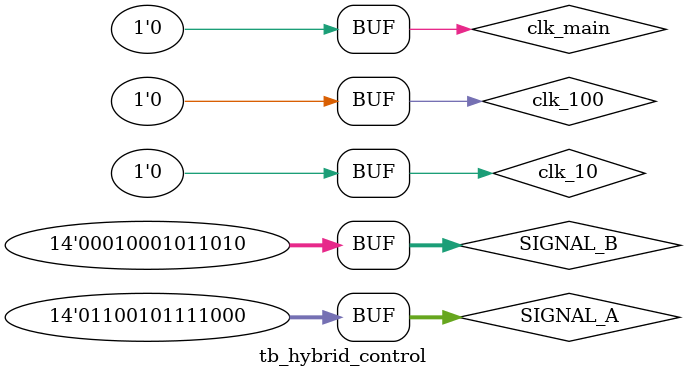
<source format=v>



`timescale 1 ns / 1 ps


module tb_hybrid_control;

//=======================================================
//  REG/WIRE declarations
//=======================================================

reg     clk_main;
reg     clk_10;
reg     clk_100;
wire    w_sigma;
wire    w_sigma_delay;
wire    w_sigma_delay_2;
reg [13:0] jump;
reg [13:0] SIGNAL_A;
reg [13:0] SIGNAL_B;

//=======================================================
//  Structural coding
//=======================================================
hybrid_control HC_inst(
   .o_sigma( w_sigma ),  //
   .o_debug(  ),       //
   .i_clock(clk_100),   //
   .i_RESET( reset ),    //
   .i_vC( SIGNAL_A ),       //
   .i_iC( SIGNAL_B ),       //
   .i_theta( 32'sd236 ) // 3/4 pi
);

hybrid_control_half HC_half_inst(
   .o_sigma(  ),  //
   .o_debug(  ),       //
   .i_clock(clk_100),   //
   .i_RESET( reset ),    //
   .i_vC( SIGNAL_A ),       //
   .i_iC( SIGNAL_B ),       //
   .i_theta( 32'sd236 ) // 3/4 pi
);

dead_time dead_time_inst(
   .o_signal( w_sigma_delay ),     // output switching variable
   .i_clock( clk_10 ),     // for sequential behavior
   .i_signal( w_sigma ),
   .deadtime( 10'd10 )
);

dead_time dead_time_2_inst(
   .o_signal( w_sigma_delay_2 ),     // output switching variable
   .i_clock( clk_10 ),     // for sequential behavior
   .i_signal( ~w_sigma ),
   .deadtime( 10'd10 )
);

always
   begin //300MHz
      clk_main = 1'b1;
      #1.666
      clk_main = 1'b0;
      #1.666;
end

always
   begin //10MHz
      clk_10 = 1'b1;
      #50
      clk_10 = 1'b0;
      #50;
end

always
   begin //100MHz
      clk_100 = 1'b1;
      #5
      clk_100 = 1'b0;
      #5;
end


initial
begin
// Data from SRC simulation in Simulink
// frequency ADC: 1.000000e+01 MSPS

SIGNAL_A = 14'b00000000000000;
SIGNAL_B = 14'b00000000000000;
#100;
SIGNAL_A = 14'b00000000000000;
SIGNAL_B = 14'b00000000110000;
#100;
SIGNAL_A = 14'b00000000000010;
SIGNAL_B = 14'b00000001110000;
#100;
SIGNAL_A = 14'b00000000000111;
SIGNAL_B = 14'b00000010101111;
#100;
SIGNAL_A = 14'b00000000001101;
SIGNAL_B = 14'b00000011101110;
#100;
SIGNAL_A = 14'b00000000010101;
SIGNAL_B = 14'b00000100101011;
#100;
SIGNAL_A = 14'b00000000011111;
SIGNAL_B = 14'b00000101101000;
#100;
SIGNAL_A = 14'b00000000101011;
SIGNAL_B = 14'b00000110100100;
#100;
SIGNAL_A = 14'b00000000111000;
SIGNAL_B = 14'b00000111011111;
#100;
SIGNAL_A = 14'b00000001000111;
SIGNAL_B = 14'b00001000011000;
#100;
SIGNAL_A = 14'b00000001011000;
SIGNAL_B = 14'b00001001010001;
#100;
SIGNAL_A = 14'b00000001101011;
SIGNAL_B = 14'b00001010001001;
#100;
SIGNAL_A = 14'b00000001111111;
SIGNAL_B = 14'b00001010111111;
#100;
SIGNAL_A = 14'b00000010010101;
SIGNAL_B = 14'b00001011110100;
#100;
SIGNAL_A = 14'b00000010101101;
SIGNAL_B = 14'b00001100101000;
#100;
SIGNAL_A = 14'b00000011000110;
SIGNAL_B = 14'b00001101011010;
#100;
SIGNAL_A = 14'b00000011100000;
SIGNAL_B = 14'b00001110001011;
#100;
SIGNAL_A = 14'b00000011111100;
SIGNAL_B = 14'b00001110111011;
#100;
SIGNAL_A = 14'b00000100011010;
SIGNAL_B = 14'b00001111101010;
#100;
SIGNAL_A = 14'b00000100111000;
SIGNAL_B = 14'b00010000010110;
#100;
SIGNAL_A = 14'b00000101011000;
SIGNAL_B = 14'b00010001000010;
#100;
SIGNAL_A = 14'b00000101111010;
SIGNAL_B = 14'b00010001101100;
#100;
SIGNAL_A = 14'b00000110011100;
SIGNAL_B = 14'b00010010010100;
#100;
SIGNAL_A = 14'b00000111000000;
SIGNAL_B = 14'b00010010111011;
#100;
SIGNAL_A = 14'b00000111100101;
SIGNAL_B = 14'b00010011100000;
#100;
SIGNAL_A = 14'b00001000001011;
SIGNAL_B = 14'b00010100000100;
#100;
SIGNAL_A = 14'b00001000110010;
SIGNAL_B = 14'b00010100100110;
#100;
SIGNAL_A = 14'b00001001011010;
SIGNAL_B = 14'b00010101000111;
#100;
SIGNAL_A = 14'b00001010000011;
SIGNAL_B = 14'b00010101100101;
#100;
SIGNAL_A = 14'b00001010101101;
SIGNAL_B = 14'b00010110000011;
#100;
SIGNAL_A = 14'b00001011011000;
SIGNAL_B = 14'b00010110011110;
#100;
SIGNAL_A = 14'b00001100000011;
SIGNAL_B = 14'b00010110111000;
#100;
SIGNAL_A = 14'b00001100110000;
SIGNAL_B = 14'b00010111010000;
#100;
SIGNAL_A = 14'b00001101011101;
SIGNAL_B = 14'b00010111100110;
#100;
SIGNAL_A = 14'b00001110001010;
SIGNAL_B = 14'b00010111111011;
#100;
SIGNAL_A = 14'b00001110111000;
SIGNAL_B = 14'b00011000001110;
#100;
SIGNAL_A = 14'b00001111100111;
SIGNAL_B = 14'b00011000011111;
#100;
SIGNAL_A = 14'b00010000010110;
SIGNAL_B = 14'b00011000101110;
#100;
SIGNAL_A = 14'b00010001000110;
SIGNAL_B = 14'b00011000111100;
#100;
SIGNAL_A = 14'b00010001110110;
SIGNAL_B = 14'b00011001001000;
#100;
SIGNAL_A = 14'b00010010100111;
SIGNAL_B = 14'b00011001010011;
#100;
SIGNAL_A = 14'b00010011010111;
SIGNAL_B = 14'b00011001011011;
#100;
SIGNAL_A = 14'b00010100001000;
SIGNAL_B = 14'b00011001100010;
#100;
SIGNAL_A = 14'b00010100111001;
SIGNAL_B = 14'b00011001101000;
#100;
SIGNAL_A = 14'b00010101101011;
SIGNAL_B = 14'b00011001101011;
#100;
SIGNAL_A = 14'b00010110011100;
SIGNAL_B = 14'b00011001101101;
#100;
SIGNAL_A = 14'b00010111001101;
SIGNAL_B = 14'b00011001101110;
#100;
SIGNAL_A = 14'b00010111111111;
SIGNAL_B = 14'b00011001101100;
#100;
SIGNAL_A = 14'b00011000110000;
SIGNAL_B = 14'b00011001101010;
#100;
SIGNAL_A = 14'b00011001100001;
SIGNAL_B = 14'b00011001100101;
#100;
SIGNAL_A = 14'b00011010010010;
SIGNAL_B = 14'b00011001011111;
#100;
SIGNAL_A = 14'b00011011000011;
SIGNAL_B = 14'b00011001011000;
#100;
SIGNAL_A = 14'b00011011110100;
SIGNAL_B = 14'b00011001001110;
#100;
SIGNAL_A = 14'b00011100100100;
SIGNAL_B = 14'b00011001000100;
#100;
SIGNAL_A = 14'b00011101010100;
SIGNAL_B = 14'b00011000111000;
#100;
SIGNAL_A = 14'b00011110000100;
SIGNAL_B = 14'b00011000101010;
#100;
SIGNAL_A = 14'b00011110110011;
SIGNAL_B = 14'b00011000011011;
#100;
SIGNAL_A = 14'b00011111100001;
SIGNAL_B = 14'b00011000001011;
#100;
SIGNAL_A = 14'b00100000010000;
SIGNAL_B = 14'b00010111111001;
#100;
SIGNAL_A = 14'b00100000111101;
SIGNAL_B = 14'b00010111100110;
#100;
SIGNAL_A = 14'b00100001101010;
SIGNAL_B = 14'b00010111010010;
#100;
SIGNAL_A = 14'b00100010010111;
SIGNAL_B = 14'b00010110111100;
#100;
SIGNAL_A = 14'b00100011000010;
SIGNAL_B = 14'b00010110100101;
#100;
SIGNAL_A = 14'b00100011101101;
SIGNAL_B = 14'b00010110001101;
#100;
SIGNAL_A = 14'b00100100011000;
SIGNAL_B = 14'b00010101110100;
#100;
SIGNAL_A = 14'b00100101000001;
SIGNAL_B = 14'b00010101011010;
#100;
SIGNAL_A = 14'b00100101101010;
SIGNAL_B = 14'b00010100111110;
#100;
SIGNAL_A = 14'b00100110010010;
SIGNAL_B = 14'b00010100100010;
#100;
SIGNAL_A = 14'b00100110111001;
SIGNAL_B = 14'b00010100000100;
#100;
SIGNAL_A = 14'b00100111011111;
SIGNAL_B = 14'b00010011100110;
#100;
SIGNAL_A = 14'b00101000000100;
SIGNAL_B = 14'b00010011000110;
#100;
SIGNAL_A = 14'b00101000101000;
SIGNAL_B = 14'b00010010100110;
#100;
SIGNAL_A = 14'b00101001001011;
SIGNAL_B = 14'b00010010000101;
#100;
SIGNAL_A = 14'b00101001101110;
SIGNAL_B = 14'b00010001100011;
#100;
SIGNAL_A = 14'b00101010001111;
SIGNAL_B = 14'b00010001000000;
#100;
SIGNAL_A = 14'b00101010101111;
SIGNAL_B = 14'b00010000011101;
#100;
SIGNAL_A = 14'b00101011001110;
SIGNAL_B = 14'b00001111111001;
#100;
SIGNAL_A = 14'b00101011101100;
SIGNAL_B = 14'b00001111010100;
#100;
SIGNAL_A = 14'b00101100001001;
SIGNAL_B = 14'b00001110101110;
#100;
SIGNAL_A = 14'b00101100011100;
SIGNAL_B = 14'b00001110001100;
#100;
SIGNAL_A = 14'b00101100110101;
SIGNAL_B = 14'b00001011100100;
#100;
SIGNAL_A = 14'b00101101001000;
SIGNAL_B = 14'b00001000111110;
#100;
SIGNAL_A = 14'b00101101010111;
SIGNAL_B = 14'b00000110011001;
#100;
SIGNAL_A = 14'b00101101100001;
SIGNAL_B = 14'b00000011110101;
#100;
SIGNAL_A = 14'b00101101100110;
SIGNAL_B = 14'b00000001010010;
#100;
SIGNAL_A = 14'b00101101100110;
SIGNAL_B = 14'b11111110110010;
#100;
SIGNAL_A = 14'b00101101100001;
SIGNAL_B = 14'b11111100010010;
#100;
SIGNAL_A = 14'b00101101011000;
SIGNAL_B = 14'b11111001110100;
#100;
SIGNAL_A = 14'b00101101001001;
SIGNAL_B = 14'b11110111011000;
#100;
SIGNAL_A = 14'b00101100110110;
SIGNAL_B = 14'b11110100111111;
#100;
SIGNAL_A = 14'b00101100011111;
SIGNAL_B = 14'b11110010100111;
#100;
SIGNAL_A = 14'b00101100000011;
SIGNAL_B = 14'b11110000010010;
#100;
SIGNAL_A = 14'b00101011100011;
SIGNAL_B = 14'b11101101111111;
#100;
SIGNAL_A = 14'b00101010111110;
SIGNAL_B = 14'b11101011101111;
#100;
SIGNAL_A = 14'b00101010010101;
SIGNAL_B = 14'b11101001100010;
#100;
SIGNAL_A = 14'b00101001101000;
SIGNAL_B = 14'b11100111010111;
#100;
SIGNAL_A = 14'b00101000110110;
SIGNAL_B = 14'b11100101001111;
#100;
SIGNAL_A = 14'b00101000000001;
SIGNAL_B = 14'b11100011001011;
#100;
SIGNAL_A = 14'b00100111001000;
SIGNAL_B = 14'b11100001001001;
#100;
SIGNAL_A = 14'b00100110001010;
SIGNAL_B = 14'b11011111001011;
#100;
SIGNAL_A = 14'b00100101001001;
SIGNAL_B = 14'b11011101010000;
#100;
SIGNAL_A = 14'b00100100000101;
SIGNAL_B = 14'b11011011011000;
#100;
SIGNAL_A = 14'b00100010111101;
SIGNAL_B = 14'b11011001100100;
#100;
SIGNAL_A = 14'b00100001110001;
SIGNAL_B = 14'b11010111110100;
#100;
SIGNAL_A = 14'b00100000100010;
SIGNAL_B = 14'b11010110000111;
#100;
SIGNAL_A = 14'b00011111010000;
SIGNAL_B = 14'b11010100011101;
#100;
SIGNAL_A = 14'b00011101111011;
SIGNAL_B = 14'b11010010111000;
#100;
SIGNAL_A = 14'b00011100100011;
SIGNAL_B = 14'b11010001010110;
#100;
SIGNAL_A = 14'b00011011001000;
SIGNAL_B = 14'b11001111111001;
#100;
SIGNAL_A = 14'b00011001101010;
SIGNAL_B = 14'b11001110011111;
#100;
SIGNAL_A = 14'b00011000001010;
SIGNAL_B = 14'b11001101001001;
#100;
SIGNAL_A = 14'b00010110100111;
SIGNAL_B = 14'b11001011111000;
#100;
SIGNAL_A = 14'b00010101000010;
SIGNAL_B = 14'b11001010101010;
#100;
SIGNAL_A = 14'b00010011011010;
SIGNAL_B = 14'b11001001100001;
#100;
SIGNAL_A = 14'b00010001110001;
SIGNAL_B = 14'b11001000011011;
#100;
SIGNAL_A = 14'b00010000000101;
SIGNAL_B = 14'b11000111011010;
#100;
SIGNAL_A = 14'b00001110010111;
SIGNAL_B = 14'b11000110011101;
#100;
SIGNAL_A = 14'b00001100101000;
SIGNAL_B = 14'b11000101100101;
#100;
SIGNAL_A = 14'b00001010110111;
SIGNAL_B = 14'b11000100110000;
#100;
SIGNAL_A = 14'b00001001000101;
SIGNAL_B = 14'b11000100000000;
#100;
SIGNAL_A = 14'b00000111010001;
SIGNAL_B = 14'b11000011010100;
#100;
SIGNAL_A = 14'b00000101011100;
SIGNAL_B = 14'b11000010101101;
#100;
SIGNAL_A = 14'b00000011100101;
SIGNAL_B = 14'b11000010001001;
#100;
SIGNAL_A = 14'b00000001101110;
SIGNAL_B = 14'b11000001101010;
#100;
SIGNAL_A = 14'b11111111110111;
SIGNAL_B = 14'b11000001001111;
#100;
SIGNAL_A = 14'b11111101111110;
SIGNAL_B = 14'b11000000111001;
#100;
SIGNAL_A = 14'b11111100000101;
SIGNAL_B = 14'b11000000100110;
#100;
SIGNAL_A = 14'b11111010001011;
SIGNAL_B = 14'b11000000011000;
#100;
SIGNAL_A = 14'b11111000010000;
SIGNAL_B = 14'b11000000001110;
#100;
SIGNAL_A = 14'b11110110010110;
SIGNAL_B = 14'b11000000001000;
#100;
SIGNAL_A = 14'b11110100011011;
SIGNAL_B = 14'b11000000000110;
#100;
SIGNAL_A = 14'b11110010100000;
SIGNAL_B = 14'b11000000001000;
#100;
SIGNAL_A = 14'b11110000100110;
SIGNAL_B = 14'b11000000001110;
#100;
SIGNAL_A = 14'b11101110101011;
SIGNAL_B = 14'b11000000011000;
#100;
SIGNAL_A = 14'b11101100110001;
SIGNAL_B = 14'b11000000100110;
#100;
SIGNAL_A = 14'b11101010111000;
SIGNAL_B = 14'b11000000111000;
#100;
SIGNAL_A = 14'b11101000111111;
SIGNAL_B = 14'b11000001001110;
#100;
SIGNAL_A = 14'b11100111000111;
SIGNAL_B = 14'b11000001100111;
#100;
SIGNAL_A = 14'b11100101001111;
SIGNAL_B = 14'b11000010000100;
#100;
SIGNAL_A = 14'b11100011011001;
SIGNAL_B = 14'b11000010100101;
#100;
SIGNAL_A = 14'b11100001100011;
SIGNAL_B = 14'b11000011001001;
#100;
SIGNAL_A = 14'b11011111101111;
SIGNAL_B = 14'b11000011110001;
#100;
SIGNAL_A = 14'b11011101111100;
SIGNAL_B = 14'b11000100011100;
#100;
SIGNAL_A = 14'b11011100001010;
SIGNAL_B = 14'b11000101001010;
#100;
SIGNAL_A = 14'b11011010011010;
SIGNAL_B = 14'b11000101111100;
#100;
SIGNAL_A = 14'b11011000101100;
SIGNAL_B = 14'b11000110110001;
#100;
SIGNAL_A = 14'b11010110111110;
SIGNAL_B = 14'b11000111101001;
#100;
SIGNAL_A = 14'b11010101010011;
SIGNAL_B = 14'b11001000100100;
#100;
SIGNAL_A = 14'b11010011101010;
SIGNAL_B = 14'b11001001100010;
#100;
SIGNAL_A = 14'b11010010000010;
SIGNAL_B = 14'b11001010100011;
#100;
SIGNAL_A = 14'b11010000011100;
SIGNAL_B = 14'b11001011100110;
#100;
SIGNAL_A = 14'b11001110111001;
SIGNAL_B = 14'b11001100101100;
#100;
SIGNAL_A = 14'b11001101010111;
SIGNAL_B = 14'b11001101110101;
#100;
SIGNAL_A = 14'b11001011111000;
SIGNAL_B = 14'b11001111000000;
#100;
SIGNAL_A = 14'b11001010011011;
SIGNAL_B = 14'b11010000001101;
#100;
SIGNAL_A = 14'b11001001000000;
SIGNAL_B = 14'b11010001011101;
#100;
SIGNAL_A = 14'b11000111101000;
SIGNAL_B = 14'b11010010101111;
#100;
SIGNAL_A = 14'b11000110010011;
SIGNAL_B = 14'b11010100000011;
#100;
SIGNAL_A = 14'b11000101000000;
SIGNAL_B = 14'b11010101011001;
#100;
SIGNAL_A = 14'b11000011101111;
SIGNAL_B = 14'b11010110110000;
#100;
SIGNAL_A = 14'b11000010100001;
SIGNAL_B = 14'b11011000001010;
#100;
SIGNAL_A = 14'b11000001010110;
SIGNAL_B = 14'b11011001100101;
#100;
SIGNAL_A = 14'b11000000001110;
SIGNAL_B = 14'b11011011000001;
#100;
SIGNAL_A = 14'b10111111010001;
SIGNAL_B = 14'b11011100010011;
#100;
SIGNAL_A = 14'b10111110110010;
SIGNAL_B = 14'b11011101111010;
#100;
SIGNAL_A = 14'b10111101110100;
SIGNAL_B = 14'b11100001011011;
#100;
SIGNAL_A = 14'b10111100111100;
SIGNAL_B = 14'b11100100111010;
#100;
SIGNAL_A = 14'b10111100001100;
SIGNAL_B = 14'b11101000011010;
#100;
SIGNAL_A = 14'b10111011100010;
SIGNAL_B = 14'b11101011111001;
#100;
SIGNAL_A = 14'b10111010111110;
SIGNAL_B = 14'b11101111010110;
#100;
SIGNAL_A = 14'b10111010100010;
SIGNAL_B = 14'b11110010110011;
#100;
SIGNAL_A = 14'b10111010001100;
SIGNAL_B = 14'b11110110001110;
#100;
SIGNAL_A = 14'b10111001111100;
SIGNAL_B = 14'b11111001101000;
#100;
SIGNAL_A = 14'b10111001110011;
SIGNAL_B = 14'b11111101000000;
#100;
SIGNAL_A = 14'b10111001110000;
SIGNAL_B = 14'b00000000010101;
#100;
SIGNAL_A = 14'b10111001110100;
SIGNAL_B = 14'b00000011101001;
#100;
SIGNAL_A = 14'b10111001111110;
SIGNAL_B = 14'b00000110111011;
#100;
SIGNAL_A = 14'b10111010001111;
SIGNAL_B = 14'b00001010001010;
#100;
SIGNAL_A = 14'b10111010100101;
SIGNAL_B = 14'b00001101010110;
#100;
SIGNAL_A = 14'b10111011000010;
SIGNAL_B = 14'b00010000100000;
#100;
SIGNAL_A = 14'b10111011100101;
SIGNAL_B = 14'b00010011100111;
#100;
SIGNAL_A = 14'b10111100001101;
SIGNAL_B = 14'b00010110101010;
#100;
SIGNAL_A = 14'b10111100111100;
SIGNAL_B = 14'b00011001101010;
#100;
SIGNAL_A = 14'b10111101110000;
SIGNAL_B = 14'b00011100100110;
#100;
SIGNAL_A = 14'b10111110101010;
SIGNAL_B = 14'b00011111011111;
#100;
SIGNAL_A = 14'b10111111101001;
SIGNAL_B = 14'b00100010010100;
#100;
SIGNAL_A = 14'b11000000101101;
SIGNAL_B = 14'b00100101000101;
#100;
SIGNAL_A = 14'b11000001110111;
SIGNAL_B = 14'b00100111110010;
#100;
SIGNAL_A = 14'b11000011000110;
SIGNAL_B = 14'b00101010011011;
#100;
SIGNAL_A = 14'b11000100011010;
SIGNAL_B = 14'b00101101000000;
#100;
SIGNAL_A = 14'b11000101110011;
SIGNAL_B = 14'b00101111100000;
#100;
SIGNAL_A = 14'b11000111010000;
SIGNAL_B = 14'b00110001111011;
#100;
SIGNAL_A = 14'b11001000110011;
SIGNAL_B = 14'b00110100010010;
#100;
SIGNAL_A = 14'b11001010011001;
SIGNAL_B = 14'b00110110100100;
#100;
SIGNAL_A = 14'b11001100000100;
SIGNAL_B = 14'b00111000110001;
#100;
SIGNAL_A = 14'b11001101110011;
SIGNAL_B = 14'b00111010111001;
#100;
SIGNAL_A = 14'b11001111100110;
SIGNAL_B = 14'b00111100111100;
#100;
SIGNAL_A = 14'b11010001011101;
SIGNAL_B = 14'b00111110111010;
#100;
SIGNAL_A = 14'b11010011011000;
SIGNAL_B = 14'b01000000110011;
#100;
SIGNAL_A = 14'b11010101010110;
SIGNAL_B = 14'b01000010100110;
#100;
SIGNAL_A = 14'b11010111010111;
SIGNAL_B = 14'b01000100010100;
#100;
SIGNAL_A = 14'b11011001011100;
SIGNAL_B = 14'b01000101111101;
#100;
SIGNAL_A = 14'b11011011100100;
SIGNAL_B = 14'b01000111100000;
#100;
SIGNAL_A = 14'b11011101101111;
SIGNAL_B = 14'b01001000111110;
#100;
SIGNAL_A = 14'b11011111111100;
SIGNAL_B = 14'b01001010010110;
#100;
SIGNAL_A = 14'b11100010001100;
SIGNAL_B = 14'b01001011101001;
#100;
SIGNAL_A = 14'b11100100011111;
SIGNAL_B = 14'b01001100110110;
#100;
SIGNAL_A = 14'b11100110110011;
SIGNAL_B = 14'b01001101111110;
#100;
SIGNAL_A = 14'b11101001001010;
SIGNAL_B = 14'b01001111000000;
#100;
SIGNAL_A = 14'b11101011100011;
SIGNAL_B = 14'b01001111111100;
#100;
SIGNAL_A = 14'b11101101111101;
SIGNAL_B = 14'b01010000110011;
#100;
SIGNAL_A = 14'b11110000011001;
SIGNAL_B = 14'b01010001100100;
#100;
SIGNAL_A = 14'b11110010110110;
SIGNAL_B = 14'b01010010001111;
#100;
SIGNAL_A = 14'b11110101010101;
SIGNAL_B = 14'b01010010110101;
#100;
SIGNAL_A = 14'b11110111110100;
SIGNAL_B = 14'b01010011010101;
#100;
SIGNAL_A = 14'b11111010010101;
SIGNAL_B = 14'b01010011101111;
#100;
SIGNAL_A = 14'b11111100110110;
SIGNAL_B = 14'b01010100000100;
#100;
SIGNAL_A = 14'b11111111010111;
SIGNAL_B = 14'b01010100010100;
#100;
SIGNAL_A = 14'b00000001111000;
SIGNAL_B = 14'b01010100011110;
#100;
SIGNAL_A = 14'b00000100011011;
SIGNAL_B = 14'b01010100100011;
#100;
SIGNAL_A = 14'b00000110111101;
SIGNAL_B = 14'b01010100100010;
#100;
SIGNAL_A = 14'b00001001011111;
SIGNAL_B = 14'b01010100011100;
#100;
SIGNAL_A = 14'b00001100000001;
SIGNAL_B = 14'b01010100010001;
#100;
SIGNAL_A = 14'b00001110100011;
SIGNAL_B = 14'b01010100000000;
#100;
SIGNAL_A = 14'b00010001000100;
SIGNAL_B = 14'b01010011101011;
#100;
SIGNAL_A = 14'b00010011100100;
SIGNAL_B = 14'b01010011010000;
#100;
SIGNAL_A = 14'b00010110000011;
SIGNAL_B = 14'b01010010110000;
#100;
SIGNAL_A = 14'b00011000100010;
SIGNAL_B = 14'b01010010001100;
#100;
SIGNAL_A = 14'b00011010111111;
SIGNAL_B = 14'b01010001100010;
#100;
SIGNAL_A = 14'b00011101011011;
SIGNAL_B = 14'b01010000110100;
#100;
SIGNAL_A = 14'b00011111110101;
SIGNAL_B = 14'b01010000000001;
#100;
SIGNAL_A = 14'b00100010001110;
SIGNAL_B = 14'b01001111001010;
#100;
SIGNAL_A = 14'b00100100100101;
SIGNAL_B = 14'b01001110001110;
#100;
SIGNAL_A = 14'b00100110111010;
SIGNAL_B = 14'b01001101001110;
#100;
SIGNAL_A = 14'b00101001001110;
SIGNAL_B = 14'b01001100001010;
#100;
SIGNAL_A = 14'b00101011011111;
SIGNAL_B = 14'b01001011000001;
#100;
SIGNAL_A = 14'b00101101101110;
SIGNAL_B = 14'b01001001110101;
#100;
SIGNAL_A = 14'b00101111111010;
SIGNAL_B = 14'b01001000100100;
#100;
SIGNAL_A = 14'b00110010000100;
SIGNAL_B = 14'b01000111010000;
#100;
SIGNAL_A = 14'b00110100001100;
SIGNAL_B = 14'b01000101111000;
#100;
SIGNAL_A = 14'b00110110010001;
SIGNAL_B = 14'b01000100011101;
#100;
SIGNAL_A = 14'b00111000010011;
SIGNAL_B = 14'b01000010111110;
#100;
SIGNAL_A = 14'b00111010010010;
SIGNAL_B = 14'b01000001011100;
#100;
SIGNAL_A = 14'b00111100001110;
SIGNAL_B = 14'b00111111110110;
#100;
SIGNAL_A = 14'b00111110000111;
SIGNAL_B = 14'b00111110001110;
#100;
SIGNAL_A = 14'b00111111111101;
SIGNAL_B = 14'b00111100100011;
#100;
SIGNAL_A = 14'b01000001110000;
SIGNAL_B = 14'b00111010110101;
#100;
SIGNAL_A = 14'b01000011011111;
SIGNAL_B = 14'b00111001000100;
#100;
SIGNAL_A = 14'b01000101001011;
SIGNAL_B = 14'b00110111010001;
#100;
SIGNAL_A = 14'b01000110110011;
SIGNAL_B = 14'b00110101011100;
#100;
SIGNAL_A = 14'b01001000011000;
SIGNAL_B = 14'b00110011100100;
#100;
SIGNAL_A = 14'b01001001111001;
SIGNAL_B = 14'b00110001101011;
#100;
SIGNAL_A = 14'b01001011010111;
SIGNAL_B = 14'b00101111101111;
#100;
SIGNAL_A = 14'b01001011111000;
SIGNAL_B = 14'b00101110110100;
#100;
SIGNAL_A = 14'b01001101001110;
SIGNAL_B = 14'b00101010110101;
#100;
SIGNAL_A = 14'b01001110011101;
SIGNAL_B = 14'b00100110110110;
#100;
SIGNAL_A = 14'b01001111100011;
SIGNAL_B = 14'b00100010110110;
#100;
SIGNAL_A = 14'b01010000100011;
SIGNAL_B = 14'b00011110111000;
#100;
SIGNAL_A = 14'b01010001011010;
SIGNAL_B = 14'b00011010111001;
#100;
SIGNAL_A = 14'b01010010001010;
SIGNAL_B = 14'b00010110111100;
#100;
SIGNAL_A = 14'b01010010110010;
SIGNAL_B = 14'b00010010111111;
#100;
SIGNAL_A = 14'b01010011010011;
SIGNAL_B = 14'b00001111000100;
#100;
SIGNAL_A = 14'b01010011101100;
SIGNAL_B = 14'b00001011001011;
#100;
SIGNAL_A = 14'b01010011111110;
SIGNAL_B = 14'b00000111010011;
#100;
SIGNAL_A = 14'b01010100001000;
SIGNAL_B = 14'b00000011011101;
#100;
SIGNAL_A = 14'b01010100001011;
SIGNAL_B = 14'b11111111101010;
#100;
SIGNAL_A = 14'b01010100000111;
SIGNAL_B = 14'b11111011111001;
#100;
SIGNAL_A = 14'b01010011111011;
SIGNAL_B = 14'b11111000001011;
#100;
SIGNAL_A = 14'b01010011101001;
SIGNAL_B = 14'b11110100011111;
#100;
SIGNAL_A = 14'b01010011001111;
SIGNAL_B = 14'b11110000110110;
#100;
SIGNAL_A = 14'b01010010101111;
SIGNAL_B = 14'b11101101010001;
#100;
SIGNAL_A = 14'b01010010000111;
SIGNAL_B = 14'b11101001101111;
#100;
SIGNAL_A = 14'b01010001011001;
SIGNAL_B = 14'b11100110010000;
#100;
SIGNAL_A = 14'b01010000100100;
SIGNAL_B = 14'b11100010110110;
#100;
SIGNAL_A = 14'b01001111101001;
SIGNAL_B = 14'b11011111011111;
#100;
SIGNAL_A = 14'b01001110100111;
SIGNAL_B = 14'b11011100001101;
#100;
SIGNAL_A = 14'b01001101100000;
SIGNAL_B = 14'b11011000111111;
#100;
SIGNAL_A = 14'b01001100010010;
SIGNAL_B = 14'b11010101110101;
#100;
SIGNAL_A = 14'b01001010111110;
SIGNAL_B = 14'b11010010110000;
#100;
SIGNAL_A = 14'b01001001100100;
SIGNAL_B = 14'b11001111110000;
#100;
SIGNAL_A = 14'b01001000000100;
SIGNAL_B = 14'b11001100110101;
#100;
SIGNAL_A = 14'b01000110011111;
SIGNAL_B = 14'b11001001111111;
#100;
SIGNAL_A = 14'b01000100110101;
SIGNAL_B = 14'b11000111001110;
#100;
SIGNAL_A = 14'b01000011000101;
SIGNAL_B = 14'b11000100100010;
#100;
SIGNAL_A = 14'b01000001010001;
SIGNAL_B = 14'b11000001111100;
#100;
SIGNAL_A = 14'b00111111010111;
SIGNAL_B = 14'b10111111011100;
#100;
SIGNAL_A = 14'b00111101011001;
SIGNAL_B = 14'b10111101000001;
#100;
SIGNAL_A = 14'b00111011010110;
SIGNAL_B = 14'b10111010101011;
#100;
SIGNAL_A = 14'b00111001001111;
SIGNAL_B = 14'b10111000011100;
#100;
SIGNAL_A = 14'b00110111000011;
SIGNAL_B = 14'b10110110010011;
#100;
SIGNAL_A = 14'b00110100110100;
SIGNAL_B = 14'b10110100001111;
#100;
SIGNAL_A = 14'b00110010100000;
SIGNAL_B = 14'b10110010010010;
#100;
SIGNAL_A = 14'b00110000001001;
SIGNAL_B = 14'b10110000011010;
#100;
SIGNAL_A = 14'b00101101101111;
SIGNAL_B = 14'b10101110101001;
#100;
SIGNAL_A = 14'b00101011010001;
SIGNAL_B = 14'b10101100111111;
#100;
SIGNAL_A = 14'b00101000110000;
SIGNAL_B = 14'b10101011011010;
#100;
SIGNAL_A = 14'b00100110001100;
SIGNAL_B = 14'b10101001111100;
#100;
SIGNAL_A = 14'b00100011100101;
SIGNAL_B = 14'b10101000100100;
#100;
SIGNAL_A = 14'b00100000111100;
SIGNAL_B = 14'b10100111010011;
#100;
SIGNAL_A = 14'b00011110010001;
SIGNAL_B = 14'b10100110001000;
#100;
SIGNAL_A = 14'b00011011100011;
SIGNAL_B = 14'b10100101000011;
#100;
SIGNAL_A = 14'b00011000110100;
SIGNAL_B = 14'b10100100000101;
#100;
SIGNAL_A = 14'b00010110000010;
SIGNAL_B = 14'b10100011001101;
#100;
SIGNAL_A = 14'b00010011001111;
SIGNAL_B = 14'b10100010011011;
#100;
SIGNAL_A = 14'b00010000011011;
SIGNAL_B = 14'b10100001110000;
#100;
SIGNAL_A = 14'b00001101100101;
SIGNAL_B = 14'b10100001001100;
#100;
SIGNAL_A = 14'b00001010101111;
SIGNAL_B = 14'b10100000101101;
#100;
SIGNAL_A = 14'b00000111111000;
SIGNAL_B = 14'b10100000010101;
#100;
SIGNAL_A = 14'b00000101000000;
SIGNAL_B = 14'b10100000000100;
#100;
SIGNAL_A = 14'b00000010000111;
SIGNAL_B = 14'b10011111111000;
#100;
SIGNAL_A = 14'b11111111001111;
SIGNAL_B = 14'b10011111110011;
#100;
SIGNAL_A = 14'b11111100010111;
SIGNAL_B = 14'b10011111110011;
#100;
SIGNAL_A = 14'b11111001011110;
SIGNAL_B = 14'b10011111111010;
#100;
SIGNAL_A = 14'b11110110100110;
SIGNAL_B = 14'b10100000000111;
#100;
SIGNAL_A = 14'b11110011101110;
SIGNAL_B = 14'b10100000011010;
#100;
SIGNAL_A = 14'b11110000110111;
SIGNAL_B = 14'b10100000110010;
#100;
SIGNAL_A = 14'b11101110000000;
SIGNAL_B = 14'b10100001010001;
#100;
SIGNAL_A = 14'b11101011001011;
SIGNAL_B = 14'b10100001110101;
#100;
SIGNAL_A = 14'b11101000010111;
SIGNAL_B = 14'b10100010011110;
#100;
SIGNAL_A = 14'b11100101100100;
SIGNAL_B = 14'b10100011001101;
#100;
SIGNAL_A = 14'b11100010110010;
SIGNAL_B = 14'b10100100000010;
#100;
SIGNAL_A = 14'b11100000000011;
SIGNAL_B = 14'b10100100111100;
#100;
SIGNAL_A = 14'b11011101010101;
SIGNAL_B = 14'b10100101111010;
#100;
SIGNAL_A = 14'b11011010101001;
SIGNAL_B = 14'b10100110111110;
#100;
SIGNAL_A = 14'b11010111111111;
SIGNAL_B = 14'b10101000000111;
#100;
SIGNAL_A = 14'b11010101010111;
SIGNAL_B = 14'b10101001010101;
#100;
SIGNAL_A = 14'b11010010110010;
SIGNAL_B = 14'b10101010101000;
#100;
SIGNAL_A = 14'b11010000001111;
SIGNAL_B = 14'b10101011111111;
#100;
SIGNAL_A = 14'b11001101101111;
SIGNAL_B = 14'b10101101011010;
#100;
SIGNAL_A = 14'b11001011010010;
SIGNAL_B = 14'b10101110111010;
#100;
SIGNAL_A = 14'b11001000111000;
SIGNAL_B = 14'b10110000011110;
#100;
SIGNAL_A = 14'b11000110100001;
SIGNAL_B = 14'b10110010000110;
#100;
SIGNAL_A = 14'b11000100001101;
SIGNAL_B = 14'b10110011110010;
#100;
SIGNAL_A = 14'b11000001111100;
SIGNAL_B = 14'b10110101100001;
#100;
SIGNAL_A = 14'b10111111101111;
SIGNAL_B = 14'b10110111010100;
#100;
SIGNAL_A = 14'b10111101100101;
SIGNAL_B = 14'b10111001001011;
#100;
SIGNAL_A = 14'b10111011011111;
SIGNAL_B = 14'b10111011000101;
#100;
SIGNAL_A = 14'b10111001011100;
SIGNAL_B = 14'b10111101000010;
#100;
SIGNAL_A = 14'b10110111011110;
SIGNAL_B = 14'b10111111000010;
#100;
SIGNAL_A = 14'b10110101100011;
SIGNAL_B = 14'b11000001000101;
#100;
SIGNAL_A = 14'b10110011101100;
SIGNAL_B = 14'b11000011001011;
#100;
SIGNAL_A = 14'b10110001111001;
SIGNAL_B = 14'b11000101010011;
#100;
SIGNAL_A = 14'b10110000001011;
SIGNAL_B = 14'b11000111011101;
#100;
SIGNAL_A = 14'b10101110100000;
SIGNAL_B = 14'b11001001101010;
#100;
SIGNAL_A = 14'b10101101111010;
SIGNAL_B = 14'b11001010101011;
#100;
SIGNAL_A = 14'b10101100011000;
SIGNAL_B = 14'b11001110111011;
#100;
SIGNAL_A = 14'b10101010111101;
SIGNAL_B = 14'b11010011001100;
#100;
SIGNAL_A = 14'b10101001101011;
SIGNAL_B = 14'b11010111011101;
#100;
SIGNAL_A = 14'b10101000100010;
SIGNAL_B = 14'b11011011101110;
#100;
SIGNAL_A = 14'b10100111100000;
SIGNAL_B = 14'b11011111111110;
#100;
SIGNAL_A = 14'b10100110100111;
SIGNAL_B = 14'b11100100001110;
#100;
SIGNAL_A = 14'b10100101110101;
SIGNAL_B = 14'b11101000011101;
#100;
SIGNAL_A = 14'b10100101001100;
SIGNAL_B = 14'b11101100101010;
#100;
SIGNAL_A = 14'b10100100101011;
SIGNAL_B = 14'b11110000110110;
#100;
SIGNAL_A = 14'b10100100010010;
SIGNAL_B = 14'b11110101000001;
#100;
SIGNAL_A = 14'b10100100000001;
SIGNAL_B = 14'b11111001001001;
#100;
SIGNAL_A = 14'b10100011111000;
SIGNAL_B = 14'b11111101010000;
#100;
SIGNAL_A = 14'b10100011110110;
SIGNAL_B = 14'b00000001010011;
#100;
SIGNAL_A = 14'b10100011111100;
SIGNAL_B = 14'b00000101010100;
#100;
SIGNAL_A = 14'b10100100001011;
SIGNAL_B = 14'b00001001010011;
#100;
SIGNAL_A = 14'b10100100100000;
SIGNAL_B = 14'b00001101001110;
#100;
SIGNAL_A = 14'b10100100111101;
SIGNAL_B = 14'b00010001000110;
#100;
SIGNAL_A = 14'b10100101100010;
SIGNAL_B = 14'b00010100111011;
#100;
SIGNAL_A = 14'b10100110001110;
SIGNAL_B = 14'b00011000101100;
#100;
SIGNAL_A = 14'b10100111000001;
SIGNAL_B = 14'b00011100011001;
#100;
SIGNAL_A = 14'b10100111111011;
SIGNAL_B = 14'b00100000000001;
#100;
SIGNAL_A = 14'b10101000111100;
SIGNAL_B = 14'b00100011100110;
#100;
SIGNAL_A = 14'b10101010000011;
SIGNAL_B = 14'b00100111000110;
#100;
SIGNAL_A = 14'b10101011010010;
SIGNAL_B = 14'b00101010100001;
#100;
SIGNAL_A = 14'b10101100100110;
SIGNAL_B = 14'b00101101110111;
#100;
SIGNAL_A = 14'b10101110000010;
SIGNAL_B = 14'b00110001001001;
#100;
SIGNAL_A = 14'b10101111100011;
SIGNAL_B = 14'b00110100010101;
#100;
SIGNAL_A = 14'b10110001001011;
SIGNAL_B = 14'b00110111011100;
#100;
SIGNAL_A = 14'b10110010111000;
SIGNAL_B = 14'b00111010011110;
#100;
SIGNAL_A = 14'b10110100101011;
SIGNAL_B = 14'b00111101011010;
#100;
SIGNAL_A = 14'b10110110100100;
SIGNAL_B = 14'b01000000010000;
#100;
SIGNAL_A = 14'b10111000100010;
SIGNAL_B = 14'b01000011000000;
#100;
SIGNAL_A = 14'b10111010100101;
SIGNAL_B = 14'b01000101101011;
#100;
SIGNAL_A = 14'b10111100101101;
SIGNAL_B = 14'b01001000001111;
#100;
SIGNAL_A = 14'b10111110111010;
SIGNAL_B = 14'b01001010101101;
#100;
SIGNAL_A = 14'b11000001001100;
SIGNAL_B = 14'b01001101000101;
#100;
SIGNAL_A = 14'b11000011100010;
SIGNAL_B = 14'b01001111010110;
#100;
SIGNAL_A = 14'b11000101111101;
SIGNAL_B = 14'b01010001100010;
#100;
SIGNAL_A = 14'b11001000011011;
SIGNAL_B = 14'b01010011100110;
#100;
SIGNAL_A = 14'b11001010111110;
SIGNAL_B = 14'b01010101100100;
#100;
SIGNAL_A = 14'b11001101100100;
SIGNAL_B = 14'b01010111011100;
#100;
SIGNAL_A = 14'b11010000001101;
SIGNAL_B = 14'b01011001001100;
#100;
SIGNAL_A = 14'b11010010111010;
SIGNAL_B = 14'b01011010110110;
#100;
SIGNAL_A = 14'b11010101101010;
SIGNAL_B = 14'b01011100011001;
#100;
SIGNAL_A = 14'b11011000011101;
SIGNAL_B = 14'b01011101110110;
#100;
SIGNAL_A = 14'b11011011010011;
SIGNAL_B = 14'b01011111001011;
#100;
SIGNAL_A = 14'b11011110001011;
SIGNAL_B = 14'b01100000011010;
#100;
SIGNAL_A = 14'b11100001000101;
SIGNAL_B = 14'b01100001100010;
#100;
SIGNAL_A = 14'b11100100000001;
SIGNAL_B = 14'b01100010100011;
#100;
SIGNAL_A = 14'b11100110111111;
SIGNAL_B = 14'b01100011011101;
#100;
SIGNAL_A = 14'b11101001111111;
SIGNAL_B = 14'b01100100010000;
#100;
SIGNAL_A = 14'b11101101000000;
SIGNAL_B = 14'b01100100111101;
#100;
SIGNAL_A = 14'b11110000000010;
SIGNAL_B = 14'b01100101100010;
#100;
SIGNAL_A = 14'b11110011000110;
SIGNAL_B = 14'b01100110000001;
#100;
SIGNAL_A = 14'b11110110001010;
SIGNAL_B = 14'b01100110011001;
#100;
SIGNAL_A = 14'b11111001001111;
SIGNAL_B = 14'b01100110101011;
#100;
SIGNAL_A = 14'b11111100010100;
SIGNAL_B = 14'b01100110110110;
#100;
SIGNAL_A = 14'b11111111011010;
SIGNAL_B = 14'b01100110111010;
#100;
SIGNAL_A = 14'b00000010011110;
SIGNAL_B = 14'b01100110110111;
#100;
SIGNAL_A = 14'b00000101100100;
SIGNAL_B = 14'b01100110101111;
#100;
SIGNAL_A = 14'b00001000101001;
SIGNAL_B = 14'b01100110100000;
#100;
SIGNAL_A = 14'b00001011101101;
SIGNAL_B = 14'b01100110001010;
#100;
SIGNAL_A = 14'b00001110110001;
SIGNAL_B = 14'b01100101101110;
#100;
SIGNAL_A = 14'b00010001110100;
SIGNAL_B = 14'b01100101001100;
#100;
SIGNAL_A = 14'b00010100110110;
SIGNAL_B = 14'b01100100100101;
#100;
SIGNAL_A = 14'b00010111110110;
SIGNAL_B = 14'b01100011110111;
#100;
SIGNAL_A = 14'b00011010110101;
SIGNAL_B = 14'b01100011000011;
#100;
SIGNAL_A = 14'b00011101110011;
SIGNAL_B = 14'b01100010001010;
#100;
SIGNAL_A = 14'b00100000101110;
SIGNAL_B = 14'b01100001001011;
#100;
SIGNAL_A = 14'b00100011101000;
SIGNAL_B = 14'b01100000000110;
#100;
SIGNAL_A = 14'b00100110011111;
SIGNAL_B = 14'b01011110111100;
#100;
SIGNAL_A = 14'b00101001010100;
SIGNAL_B = 14'b01011101101101;
#100;
SIGNAL_A = 14'b00101100000111;
SIGNAL_B = 14'b01011100011001;
#100;
SIGNAL_A = 14'b00101110110111;
SIGNAL_B = 14'b01011010111111;
#100;
SIGNAL_A = 14'b00110001100100;
SIGNAL_B = 14'b01011001100001;
#100;
SIGNAL_A = 14'b00110100001111;
SIGNAL_B = 14'b01010111111110;
#100;
SIGNAL_A = 14'b00110110110110;
SIGNAL_B = 14'b01010110010111;
#100;
SIGNAL_A = 14'b00111001011010;
SIGNAL_B = 14'b01010100101011;
#100;
SIGNAL_A = 14'b00111011111011;
SIGNAL_B = 14'b01010010111011;
#100;
SIGNAL_A = 14'b00111110011001;
SIGNAL_B = 14'b01010001000110;
#100;
SIGNAL_A = 14'b01000000110011;
SIGNAL_B = 14'b01001111001110;
#100;
SIGNAL_A = 14'b01000011001001;
SIGNAL_B = 14'b01001101010010;
#100;
SIGNAL_A = 14'b01000101011011;
SIGNAL_B = 14'b01001011010010;
#100;
SIGNAL_A = 14'b01000111101010;
SIGNAL_B = 14'b01001001001111;
#100;
SIGNAL_A = 14'b01001001110100;
SIGNAL_B = 14'b01000111001001;
#100;
SIGNAL_A = 14'b01001011111011;
SIGNAL_B = 14'b01000100111111;
#100;
SIGNAL_A = 14'b01001101111101;
SIGNAL_B = 14'b01000010110010;
#100;
SIGNAL_A = 14'b01001111111011;
SIGNAL_B = 14'b01000000100011;
#100;
SIGNAL_A = 14'b01010001110101;
SIGNAL_B = 14'b00111110010001;
#100;
SIGNAL_A = 14'b01010011101011;
SIGNAL_B = 14'b00111011111100;
#100;
SIGNAL_A = 14'b01010101011011;
SIGNAL_B = 14'b00111001100101;
#100;
SIGNAL_A = 14'b01010110011101;
SIGNAL_B = 14'b00110111000000;
#100;
SIGNAL_A = 14'b01011000000010;
SIGNAL_B = 14'b00110010100101;
#100;
SIGNAL_A = 14'b01011001011111;
SIGNAL_B = 14'b00101110001010;
#100;
SIGNAL_A = 14'b01011010110100;
SIGNAL_B = 14'b00101001101111;
#100;
SIGNAL_A = 14'b01011100000000;
SIGNAL_B = 14'b00100101010100;
#100;
SIGNAL_A = 14'b01011101000011;
SIGNAL_B = 14'b00100000111001;
#100;
SIGNAL_A = 14'b01011101111110;
SIGNAL_B = 14'b00011100011111;
#100;
SIGNAL_A = 14'b01011110110000;
SIGNAL_B = 14'b00011000000110;
#100;
SIGNAL_A = 14'b01011111011010;
SIGNAL_B = 14'b00010011101111;
#100;
SIGNAL_A = 14'b01011111111100;
SIGNAL_B = 14'b00001111011001;
#100;
SIGNAL_A = 14'b01100000010110;
SIGNAL_B = 14'b00001011000100;
#100;
SIGNAL_A = 14'b01100000100111;
SIGNAL_B = 14'b00000110110010;
#100;
SIGNAL_A = 14'b01100000110000;
SIGNAL_B = 14'b00000010100010;
#100;
SIGNAL_A = 14'b01100000110001;
SIGNAL_B = 14'b11111110010101;
#100;
SIGNAL_A = 14'b01100000101001;
SIGNAL_B = 14'b11111010001011;
#100;
SIGNAL_A = 14'b01100000011010;
SIGNAL_B = 14'b11110110000011;
#100;
SIGNAL_A = 14'b01100000000011;
SIGNAL_B = 14'b11110001111110;
#100;
SIGNAL_A = 14'b01011111100100;
SIGNAL_B = 14'b11101101111101;
#100;
SIGNAL_A = 14'b01011110111110;
SIGNAL_B = 14'b11101010000000;
#100;
SIGNAL_A = 14'b01011110010000;
SIGNAL_B = 14'b11100110000110;
#100;
SIGNAL_A = 14'b01011101011010;
SIGNAL_B = 14'b11100010010001;
#100;
SIGNAL_A = 14'b01011100011110;
SIGNAL_B = 14'b11011110011111;
#100;
SIGNAL_A = 14'b01011011011010;
SIGNAL_B = 14'b11011010110011;
#100;
SIGNAL_A = 14'b01011010001111;
SIGNAL_B = 14'b11010111001011;
#100;
SIGNAL_A = 14'b01011000111101;
SIGNAL_B = 14'b11010011101000;
#100;
SIGNAL_A = 14'b01010111100100;
SIGNAL_B = 14'b11010000001010;
#100;
SIGNAL_A = 14'b01010110000101;
SIGNAL_B = 14'b11001100110001;
#100;
SIGNAL_A = 14'b01010100100000;
SIGNAL_B = 14'b11001001011101;
#100;
SIGNAL_A = 14'b01010010110100;
SIGNAL_B = 14'b11000110001111;
#100;
SIGNAL_A = 14'b01010001000010;
SIGNAL_B = 14'b11000011000111;
#100;
SIGNAL_A = 14'b01001111001010;
SIGNAL_B = 14'b11000000000100;
#100;
SIGNAL_A = 14'b01001101001100;
SIGNAL_B = 14'b10111101001000;
#100;
SIGNAL_A = 14'b01001011001001;
SIGNAL_B = 14'b10111010010001;
#100;
SIGNAL_A = 14'b01001001000001;
SIGNAL_B = 14'b10110111100001;
#100;
SIGNAL_A = 14'b01000110110011;
SIGNAL_B = 14'b10110100110111;
#100;
SIGNAL_A = 14'b01000100100000;
SIGNAL_B = 14'b10110010010011;
#100;
SIGNAL_A = 14'b01000010001000;
SIGNAL_B = 14'b10101111110110;
#100;
SIGNAL_A = 14'b00111111101100;
SIGNAL_B = 14'b10101101100000;
#100;
SIGNAL_A = 14'b00111101001100;
SIGNAL_B = 14'b10101011010000;
#100;
SIGNAL_A = 14'b00111010100111;
SIGNAL_B = 14'b10101001000111;
#100;
SIGNAL_A = 14'b00110111111110;
SIGNAL_B = 14'b10100111000101;
#100;
SIGNAL_A = 14'b00110101010001;
SIGNAL_B = 14'b10100101001001;
#100;
SIGNAL_A = 14'b00110010100001;
SIGNAL_B = 14'b10100011010101;
#100;
SIGNAL_A = 14'b00101111101110;
SIGNAL_B = 14'b10100001101000;
#100;
SIGNAL_A = 14'b00101100110111;
SIGNAL_B = 14'b10100000000001;
#100;
SIGNAL_A = 14'b00101001111101;
SIGNAL_B = 14'b10011110100010;
#100;
SIGNAL_A = 14'b00100111000001;
SIGNAL_B = 14'b10011101001010;
#100;
SIGNAL_A = 14'b00100100000010;
SIGNAL_B = 14'b10011011111001;
#100;
SIGNAL_A = 14'b00100001000000;
SIGNAL_B = 14'b10011010101111;
#100;
SIGNAL_A = 14'b00011101111101;
SIGNAL_B = 14'b10011001101100;
#100;
SIGNAL_A = 14'b00011010110111;
SIGNAL_B = 14'b10011000110000;
#100;
SIGNAL_A = 14'b00010111110000;
SIGNAL_B = 14'b10010111111011;
#100;
SIGNAL_A = 14'b00010100101000;
SIGNAL_B = 14'b10010111001110;
#100;
SIGNAL_A = 14'b00010001011110;
SIGNAL_B = 14'b10010110100111;
#100;
SIGNAL_A = 14'b00001110010011;
SIGNAL_B = 14'b10010110001000;
#100;
SIGNAL_A = 14'b00001011000111;
SIGNAL_B = 14'b10010101101111;
#100;
SIGNAL_A = 14'b00000111111011;
SIGNAL_B = 14'b10010101011110;
#100;
SIGNAL_A = 14'b00000100101110;
SIGNAL_B = 14'b10010101010011;
#100;
SIGNAL_A = 14'b00000001100001;
SIGNAL_B = 14'b10010101001111;
#100;
SIGNAL_A = 14'b11111110010101;
SIGNAL_B = 14'b10010101010010;
#100;
SIGNAL_A = 14'b11111011001001;
SIGNAL_B = 14'b10010101011100;
#100;
SIGNAL_A = 14'b11110111111100;
SIGNAL_B = 14'b10010101101100;
#100;
SIGNAL_A = 14'b11110100110000;
SIGNAL_B = 14'b10010110000011;
#100;
SIGNAL_A = 14'b11110001100101;
SIGNAL_B = 14'b10010110100000;
#100;
SIGNAL_A = 14'b11101110011011;
SIGNAL_B = 14'b10010111000100;
#100;
SIGNAL_A = 14'b11101011010011;
SIGNAL_B = 14'b10010111101110;
#100;
SIGNAL_A = 14'b11101000001011;
SIGNAL_B = 14'b10011000011110;
#100;
SIGNAL_A = 14'b11100101000101;
SIGNAL_B = 14'b10011001010100;
#100;
SIGNAL_A = 14'b11100010000001;
SIGNAL_B = 14'b10011010010000;
#100;
SIGNAL_A = 14'b11011110111110;
SIGNAL_B = 14'b10011011010010;
#100;
SIGNAL_A = 14'b11011011111110;
SIGNAL_B = 14'b10011100011001;
#100;
SIGNAL_A = 14'b11011001000000;
SIGNAL_B = 14'b10011101100110;
#100;
SIGNAL_A = 14'b11010110000100;
SIGNAL_B = 14'b10011110111001;
#100;
SIGNAL_A = 14'b11010011001011;
SIGNAL_B = 14'b10100000010001;
#100;
SIGNAL_A = 14'b11010000010100;
SIGNAL_B = 14'b10100001101110;
#100;
SIGNAL_A = 14'b11001101100001;
SIGNAL_B = 14'b10100011010000;
#100;
SIGNAL_A = 14'b11001010110000;
SIGNAL_B = 14'b10100100110111;
#100;
SIGNAL_A = 14'b11001000000011;
SIGNAL_B = 14'b10100110100011;
#100;
SIGNAL_A = 14'b11000101011001;
SIGNAL_B = 14'b10101000010011;
#100;
SIGNAL_A = 14'b11000010110010;
SIGNAL_B = 14'b10101010001000;
#100;
SIGNAL_A = 14'b11000000001111;
SIGNAL_B = 14'b10101100000000;
#100;
SIGNAL_A = 14'b10111101110000;
SIGNAL_B = 14'b10101101111110;
#100;
SIGNAL_A = 14'b10111011010100;
SIGNAL_B = 14'b10101111111111;
#100;
SIGNAL_A = 14'b10111000111100;
SIGNAL_B = 14'b10110010000011;
#100;
SIGNAL_A = 14'b10110110101001;
SIGNAL_B = 14'b10110100001100;
#100;
SIGNAL_A = 14'b10110100011001;
SIGNAL_B = 14'b10110110011000;
#100;
SIGNAL_A = 14'b10110010001110;
SIGNAL_B = 14'b10111000100111;
#100;
SIGNAL_A = 14'b10110000000111;
SIGNAL_B = 14'b10111010111001;
#100;
SIGNAL_A = 14'b10101110000101;
SIGNAL_B = 14'b10111101001110;
#100;
SIGNAL_A = 14'b10101100000111;
SIGNAL_B = 14'b10111111100110;
#100;
SIGNAL_A = 14'b10101010001101;
SIGNAL_B = 14'b11000010000000;
#100;
SIGNAL_A = 14'b10101000100000;
SIGNAL_B = 14'b11000100010011;
#100;
SIGNAL_A = 14'b10100111101111;
SIGNAL_B = 14'b11000110001011;
#100;
SIGNAL_A = 14'b10100110000100;
SIGNAL_B = 14'b11001010101011;
#100;
SIGNAL_A = 14'b10100100100010;
SIGNAL_B = 14'b11001111001100;
#100;
SIGNAL_A = 14'b10100011001001;
SIGNAL_B = 14'b11010011101101;
#100;
SIGNAL_A = 14'b10100001111000;
SIGNAL_B = 14'b11011000001110;
#100;
SIGNAL_A = 14'b10100000110000;
SIGNAL_B = 14'b11011100101111;
#100;
SIGNAL_A = 14'b10011111110001;
SIGNAL_B = 14'b11100001001111;
#100;
SIGNAL_A = 14'b10011110111010;
SIGNAL_B = 14'b11100101101110;
#100;
SIGNAL_A = 14'b10011110001100;
SIGNAL_B = 14'b11101010001100;
#100;
SIGNAL_A = 14'b10011101100110;
SIGNAL_B = 14'b11101110101000;
#100;
SIGNAL_A = 14'b10011101001001;
SIGNAL_B = 14'b11110011000011;
#100;
SIGNAL_A = 14'b10011100110100;
SIGNAL_B = 14'b11110111011100;
#100;
SIGNAL_A = 14'b10011100101000;
SIGNAL_B = 14'b11111011110011;
#100;
SIGNAL_A = 14'b10011100100100;
SIGNAL_B = 14'b00000000000110;
#100;
SIGNAL_A = 14'b10011100101001;
SIGNAL_B = 14'b00000100010111;
#100;
SIGNAL_A = 14'b10011100110101;
SIGNAL_B = 14'b00001000100110;
#100;
SIGNAL_A = 14'b10011101001010;
SIGNAL_B = 14'b00001100110001;
#100;
SIGNAL_A = 14'b10011101100110;
SIGNAL_B = 14'b00010000111001;
#100;
SIGNAL_A = 14'b10011110001010;
SIGNAL_B = 14'b00010100111101;
#100;
SIGNAL_A = 14'b10011110110110;
SIGNAL_B = 14'b00011000111110;
#100;
SIGNAL_A = 14'b10011111101010;
SIGNAL_B = 14'b00011100111010;
#100;
SIGNAL_A = 14'b10100000100101;
SIGNAL_B = 14'b00100000110010;
#100;
SIGNAL_A = 14'b10100001101000;
SIGNAL_B = 14'b00100100100101;
#100;
SIGNAL_A = 14'b10100010110010;
SIGNAL_B = 14'b00101000010100;
#100;
SIGNAL_A = 14'b10100100000011;
SIGNAL_B = 14'b00101011111101;
#100;
SIGNAL_A = 14'b10100101011011;
SIGNAL_B = 14'b00101111100010;
#100;
SIGNAL_A = 14'b10100110111001;
SIGNAL_B = 14'b00110011000010;
#100;
SIGNAL_A = 14'b10101000011111;
SIGNAL_B = 14'b00110110011100;
#100;
SIGNAL_A = 14'b10101010001010;
SIGNAL_B = 14'b00111001110000;
#100;
SIGNAL_A = 14'b10101011111100;
SIGNAL_B = 14'b00111100111111;
#100;
SIGNAL_A = 14'b10101101110100;
SIGNAL_B = 14'b01000000001000;
#100;
SIGNAL_A = 14'b10101111110011;
SIGNAL_B = 14'b01000011001010;
#100;
SIGNAL_A = 14'b10110001110110;
SIGNAL_B = 14'b01000110000111;
#100;
SIGNAL_A = 14'b10110100000000;
SIGNAL_B = 14'b01001000111101;
#100;
SIGNAL_A = 14'b10110110001110;
SIGNAL_B = 14'b01001011101101;
#100;
SIGNAL_A = 14'b10111000100010;
SIGNAL_B = 14'b01001110010111;
#100;
SIGNAL_A = 14'b10111010111011;
SIGNAL_B = 14'b01010000111010;
#100;
SIGNAL_A = 14'b10111101011001;
SIGNAL_B = 14'b01010011010110;
#100;
SIGNAL_A = 14'b10111111111011;
SIGNAL_B = 14'b01010101101011;
#100;
SIGNAL_A = 14'b11000010100010;
SIGNAL_B = 14'b01010111111010;
#100;
SIGNAL_A = 14'b11000101001101;
SIGNAL_B = 14'b01011010000001;
#100;
SIGNAL_A = 14'b11000111111100;
SIGNAL_B = 14'b01011100000010;
#100;
SIGNAL_A = 14'b11001010101110;
SIGNAL_B = 14'b01011101111011;
#100;
SIGNAL_A = 14'b11001101100100;
SIGNAL_B = 14'b01011111101110;
#100;
SIGNAL_A = 14'b11010000011110;
SIGNAL_B = 14'b01100001011001;
#100;
SIGNAL_A = 14'b11010011011010;
SIGNAL_B = 14'b01100010111101;
#100;
SIGNAL_A = 14'b11010110011010;
SIGNAL_B = 14'b01100100011010;
#100;
SIGNAL_A = 14'b11011001011100;
SIGNAL_B = 14'b01100101101111;
#100;
SIGNAL_A = 14'b11011100100000;
SIGNAL_B = 14'b01100110111101;
#100;
SIGNAL_A = 14'b11011111100111;
SIGNAL_B = 14'b01101000000100;
#100;
SIGNAL_A = 14'b11100010110000;
SIGNAL_B = 14'b01101001000100;
#100;
SIGNAL_A = 14'b11100101111010;
SIGNAL_B = 14'b01101001111101;
#100;
SIGNAL_A = 14'b11101001000111;
SIGNAL_B = 14'b01101010101110;
#100;
SIGNAL_A = 14'b11101100010100;
SIGNAL_B = 14'b01101011011000;
#100;
SIGNAL_A = 14'b11101111100011;
SIGNAL_B = 14'b01101011111011;
#100;
SIGNAL_A = 14'b11110010110010;
SIGNAL_B = 14'b01101100010110;
#100;
SIGNAL_A = 14'b11110110000011;
SIGNAL_B = 14'b01101100101011;
#100;
SIGNAL_A = 14'b11111001010100;
SIGNAL_B = 14'b01101100111000;
#100;
SIGNAL_A = 14'b11111100100101;
SIGNAL_B = 14'b01101100111111;
#100;
SIGNAL_A = 14'b11111111110110;
SIGNAL_B = 14'b01101100111111;
#100;
SIGNAL_A = 14'b00000011000110;
SIGNAL_B = 14'b01101100110111;
#100;
SIGNAL_A = 14'b00000110010111;
SIGNAL_B = 14'b01101100101001;
#100;
SIGNAL_A = 14'b00001001101000;
SIGNAL_B = 14'b01101100010101;
#100;
SIGNAL_A = 14'b00001100110111;
SIGNAL_B = 14'b01101011111001;
#100;
SIGNAL_A = 14'b00010000000110;
SIGNAL_B = 14'b01101011010111;
#100;
SIGNAL_A = 14'b00010011010011;
SIGNAL_B = 14'b01101010101111;
#100;
SIGNAL_A = 14'b00010110100000;
SIGNAL_B = 14'b01101010000000;
#100;
SIGNAL_A = 14'b00011001101010;
SIGNAL_B = 14'b01101001001011;
#100;
SIGNAL_A = 14'b00011100110011;
SIGNAL_B = 14'b01101000010000;
#100;
SIGNAL_A = 14'b00011111111011;
SIGNAL_B = 14'b01100111001111;
#100;
SIGNAL_A = 14'b00100011000000;
SIGNAL_B = 14'b01100110001000;
#100;
SIGNAL_A = 14'b00100110000011;
SIGNAL_B = 14'b01100100111100;
#100;
SIGNAL_A = 14'b00101001000011;
SIGNAL_B = 14'b01100011101001;
#100;
SIGNAL_A = 14'b00101100000001;
SIGNAL_B = 14'b01100010010010;
#100;
SIGNAL_A = 14'b00101110111101;
SIGNAL_B = 14'b01100000110101;
#100;
SIGNAL_A = 14'b00110001110101;
SIGNAL_B = 14'b01011111010010;
#100;
SIGNAL_A = 14'b00110100101011;
SIGNAL_B = 14'b01011101101011;
#100;
SIGNAL_A = 14'b00110111011101;
SIGNAL_B = 14'b01011011111111;
#100;
SIGNAL_A = 14'b00111010001100;
SIGNAL_B = 14'b01011010001110;
#100;
SIGNAL_A = 14'b00111100110111;
SIGNAL_B = 14'b01011000011001;
#100;
SIGNAL_A = 14'b00111111011111;
SIGNAL_B = 14'b01010110011111;
#100;
SIGNAL_A = 14'b01000010000011;
SIGNAL_B = 14'b01010100100001;
#100;
SIGNAL_A = 14'b01000100100100;
SIGNAL_B = 14'b01010010011110;
#100;
SIGNAL_A = 14'b01000111000000;
SIGNAL_B = 14'b01010000011000;
#100;
SIGNAL_A = 14'b01001001011000;
SIGNAL_B = 14'b01001110001110;
#100;
SIGNAL_A = 14'b01001011101100;
SIGNAL_B = 14'b01001100000001;
#100;
SIGNAL_A = 14'b01001101111100;
SIGNAL_B = 14'b01001001110000;
#100;
SIGNAL_A = 14'b01010000001000;
SIGNAL_B = 14'b01000111011100;
#100;
SIGNAL_A = 14'b01010010001111;
SIGNAL_B = 14'b01000101000101;
#100;
SIGNAL_A = 14'b01010100010001;
SIGNAL_B = 14'b01000010101011;
#100;
SIGNAL_A = 14'b01010110001111;
SIGNAL_B = 14'b01000000001110;
#100;
SIGNAL_A = 14'b01011000001000;
SIGNAL_B = 14'b00111101101111;
#100;
SIGNAL_A = 14'b01011001001110;
SIGNAL_B = 14'b00111011101011;
#100;
SIGNAL_A = 14'b01011010111101;
SIGNAL_B = 14'b00110111001000;
#100;
SIGNAL_A = 14'b01011100100010;
SIGNAL_B = 14'b00110010100100;
#100;
SIGNAL_A = 14'b01011101111111;
SIGNAL_B = 14'b00101101111111;
#100;
SIGNAL_A = 14'b01011111010011;
SIGNAL_B = 14'b00101001011011;
#100;
SIGNAL_A = 14'b01100000011110;
SIGNAL_B = 14'b00100100110110;
#100;
SIGNAL_A = 14'b01100001100000;
SIGNAL_B = 14'b00100000010011;
#100;
SIGNAL_A = 14'b01100010011010;
SIGNAL_B = 14'b00011011110000;
#100;
SIGNAL_A = 14'b01100011001011;
SIGNAL_B = 14'b00010111001110;
#100;
SIGNAL_A = 14'b01100011110011;
SIGNAL_B = 14'b00010010101110;
#100;
SIGNAL_A = 14'b01100100010011;
SIGNAL_B = 14'b00001110001111;
#100;
SIGNAL_A = 14'b01100100101010;
SIGNAL_B = 14'b00001001110010;
#100;
SIGNAL_A = 14'b01100100111000;
SIGNAL_B = 14'b00000101011000;
#100;
SIGNAL_A = 14'b01100100111111;
SIGNAL_B = 14'b00000001000000;
#100;
SIGNAL_A = 14'b01100100111100;
SIGNAL_B = 14'b11111100101011;
#100;
SIGNAL_A = 14'b01100100110010;
SIGNAL_B = 14'b11111000011001;
#100;
SIGNAL_A = 14'b01100100011111;
SIGNAL_B = 14'b11110100001001;
#100;
SIGNAL_A = 14'b01100100000100;
SIGNAL_B = 14'b11101111111110;
#100;
SIGNAL_A = 14'b01100011100010;
SIGNAL_B = 14'b11101011110101;
#100;
SIGNAL_A = 14'b01100010110111;
SIGNAL_B = 14'b11100111110001;
#100;
SIGNAL_A = 14'b01100010000100;
SIGNAL_B = 14'b11100011110001;
#100;
SIGNAL_A = 14'b01100001001010;
SIGNAL_B = 14'b11011111110101;
#100;
SIGNAL_A = 14'b01100000001001;
SIGNAL_B = 14'b11011011111101;
#100;
SIGNAL_A = 14'b01011111000000;
SIGNAL_B = 14'b11011000001011;
#100;
SIGNAL_A = 14'b01011101110000;
SIGNAL_B = 14'b11010100011101;
#100;
SIGNAL_A = 14'b01011100011001;
SIGNAL_B = 14'b11010000110100;
#100;
SIGNAL_A = 14'b01011010111011;
SIGNAL_B = 14'b11001101010001;
#100;
SIGNAL_A = 14'b01011001010110;
SIGNAL_B = 14'b11001001110011;
#100;
SIGNAL_A = 14'b01010111101011;
SIGNAL_B = 14'b11000110011010;
#100;
SIGNAL_A = 14'b01010101111001;
SIGNAL_B = 14'b11000011000111;
#100;
SIGNAL_A = 14'b01010100000001;
SIGNAL_B = 14'b10111111111011;
#100;
SIGNAL_A = 14'b01010010000011;
SIGNAL_B = 14'b10111100110100;
#100;
SIGNAL_A = 14'b01001111111111;
SIGNAL_B = 14'b10111001110100;
#100;
SIGNAL_A = 14'b01001101110101;
SIGNAL_B = 14'b10110110111001;
#100;
SIGNAL_A = 14'b01001011100110;
SIGNAL_B = 14'b10110100000110;
#100;
SIGNAL_A = 14'b01001001010010;
SIGNAL_B = 14'b10110001011000;
#100;
SIGNAL_A = 14'b01000110111000;
SIGNAL_B = 14'b10101110110010;
#100;
SIGNAL_A = 14'b01000100011010;
SIGNAL_B = 14'b10101100010010;
#100;
SIGNAL_A = 14'b01000001110111;
SIGNAL_B = 14'b10101001111001;
#100;
SIGNAL_A = 14'b00111111001111;
SIGNAL_B = 14'b10100111100111;
#100;
SIGNAL_A = 14'b00111100100100;
SIGNAL_B = 14'b10100101011100;
#100;
SIGNAL_A = 14'b00111001110100;
SIGNAL_B = 14'b10100011011001;
#100;
SIGNAL_A = 14'b00110111000000;
SIGNAL_B = 14'b10100001011100;
#100;
SIGNAL_A = 14'b00110100001001;
SIGNAL_B = 14'b10011111100110;
#100;
SIGNAL_A = 14'b00110001001110;
SIGNAL_B = 14'b10011101111000;
#100;
SIGNAL_A = 14'b00101110010000;
SIGNAL_B = 14'b10011100010001;
#100;
SIGNAL_A = 14'b00101011001111;
SIGNAL_B = 14'b10011010110001;
#100;
SIGNAL_A = 14'b00101000001011;
SIGNAL_B = 14'b10011001011001;
#100;
SIGNAL_A = 14'b00100101000101;
SIGNAL_B = 14'b10011000001000;
#100;
SIGNAL_A = 14'b00100001111100;
SIGNAL_B = 14'b10010110111110;
#100;
SIGNAL_A = 14'b00011110110010;
SIGNAL_B = 14'b10010101111100;
#100;
SIGNAL_A = 14'b00011011100101;
SIGNAL_B = 14'b10010101000001;
#100;
SIGNAL_A = 14'b00011000010111;
SIGNAL_B = 14'b10010100001101;
#100;
SIGNAL_A = 14'b00010101000111;
SIGNAL_B = 14'b10010011100001;
#100;
SIGNAL_A = 14'b00010001110110;
SIGNAL_B = 14'b10010010111100;
#100;
SIGNAL_A = 14'b00001110100100;
SIGNAL_B = 14'b10010010011110;
#100;
SIGNAL_A = 14'b00001011010010;
SIGNAL_B = 14'b10010010000111;
#100;
SIGNAL_A = 14'b00000111111111;
SIGNAL_B = 14'b10010001110111;
#100;
SIGNAL_A = 14'b00000100101011;
SIGNAL_B = 14'b10010001101111;
#100;
SIGNAL_A = 14'b00000001010111;
SIGNAL_B = 14'b10010001101110;
#100;
SIGNAL_A = 14'b11111110000100;
SIGNAL_B = 14'b10010001110011;
#100;
SIGNAL_A = 14'b11111010110001;
SIGNAL_B = 14'b10010010000000;
#100;
SIGNAL_A = 14'b11110111011110;
SIGNAL_B = 14'b10010010010011;
#100;
SIGNAL_A = 14'b11110100001100;
SIGNAL_B = 14'b10010010101101;
#100;
SIGNAL_A = 14'b11110000111010;
SIGNAL_B = 14'b10010011001110;
#100;
SIGNAL_A = 14'b11101101101010;
SIGNAL_B = 14'b10010011110101;
#100;
SIGNAL_A = 14'b11101010011011;
SIGNAL_B = 14'b10010100100011;
#100;
SIGNAL_A = 14'b11100111001101;
SIGNAL_B = 14'b10010101010111;
#100;
SIGNAL_A = 14'b11100100000010;
SIGNAL_B = 14'b10010110010001;
#100;
SIGNAL_A = 14'b11100000110111;
SIGNAL_B = 14'b10010111010001;
#100;
SIGNAL_A = 14'b11011101101111;
SIGNAL_B = 14'b10011000010111;
#100;
SIGNAL_A = 14'b11011010101010;
SIGNAL_B = 14'b10011001100011;
#100;
SIGNAL_A = 14'b11010111100110;
SIGNAL_B = 14'b10011010110101;
#100;
SIGNAL_A = 14'b11010100100101;
SIGNAL_B = 14'b10011100001100;
#100;
SIGNAL_A = 14'b11010001100111;
SIGNAL_B = 14'b10011101101001;
#100;
SIGNAL_A = 14'b11001110101011;
SIGNAL_B = 14'b10011111001011;
#100;
SIGNAL_A = 14'b11001011110011;
SIGNAL_B = 14'b10100000110011;
#100;
SIGNAL_A = 14'b11001000111110;
SIGNAL_B = 14'b10100010011111;
#100;
SIGNAL_A = 14'b11000110001100;
SIGNAL_B = 14'b10100100010000;
#100;
SIGNAL_A = 14'b11000011011101;
SIGNAL_B = 14'b10100110000101;
#100;
SIGNAL_A = 14'b11000000110011;
SIGNAL_B = 14'b10101000000000;
#100;
SIGNAL_A = 14'b10111110001100;
SIGNAL_B = 14'b10101001111110;
#100;
SIGNAL_A = 14'b10111011101000;
SIGNAL_B = 14'b10101100000001;
#100;
SIGNAL_A = 14'b10111001001001;
SIGNAL_B = 14'b10101110001000;
#100;
SIGNAL_A = 14'b10110110101110;
SIGNAL_B = 14'b10110000010010;
#100;
SIGNAL_A = 14'b10110100010111;
SIGNAL_B = 14'b10110010100001;
#100;
SIGNAL_A = 14'b10110010000100;
SIGNAL_B = 14'b10110100110010;
#100;
SIGNAL_A = 14'b10101111110110;
SIGNAL_B = 14'b10110111000111;
#100;
SIGNAL_A = 14'b10101101101100;
SIGNAL_B = 14'b10111001011111;
#100;
SIGNAL_A = 14'b10101011100111;
SIGNAL_B = 14'b10111011111011;
#100;
SIGNAL_A = 14'b10101001100111;
SIGNAL_B = 14'b10111110011000;
#100;
SIGNAL_A = 14'b10100111101011;
SIGNAL_B = 14'b11000000111001;
#100;
SIGNAL_A = 14'b10100110100100;
SIGNAL_B = 14'b11000010011010;
#100;
SIGNAL_A = 14'b10100101000100;
SIGNAL_B = 14'b11000110001111;
#100;
SIGNAL_A = 14'b10100011011001;
SIGNAL_B = 14'b11001010110101;
#100;
SIGNAL_A = 14'b10100001111000;
SIGNAL_B = 14'b11001111011011;
#100;
SIGNAL_A = 14'b10100000011111;
SIGNAL_B = 14'b11010100000010;
#100;
SIGNAL_A = 14'b10011111001111;
SIGNAL_B = 14'b11011000101000;
#100;
SIGNAL_A = 14'b10011110001000;
SIGNAL_B = 14'b11011101001110;
#100;
SIGNAL_A = 14'b10011101001001;
SIGNAL_B = 14'b11100001110100;
#100;
SIGNAL_A = 14'b10011100010100;
SIGNAL_B = 14'b11100110011000;
#100;
SIGNAL_A = 14'b10011011100111;
SIGNAL_B = 14'b11101010111011;
#100;
SIGNAL_A = 14'b10011011000011;
SIGNAL_B = 14'b11101111011100;
#100;
SIGNAL_A = 14'b10011010100111;
SIGNAL_B = 14'b11110011111100;
#100;
SIGNAL_A = 14'b10011010010100;
SIGNAL_B = 14'b11111000011010;
#100;
SIGNAL_A = 14'b10011010001010;
SIGNAL_B = 14'b11111100110101;
#100;
SIGNAL_A = 14'b10011010001000;
SIGNAL_B = 14'b00000001001101;
#100;
SIGNAL_A = 14'b10011010001111;
SIGNAL_B = 14'b00000101100011;
#100;
SIGNAL_A = 14'b10011010011101;
SIGNAL_B = 14'b00001001110101;
#100;
SIGNAL_A = 14'b10011010110100;
SIGNAL_B = 14'b00001110000101;
#100;
SIGNAL_A = 14'b10011011010011;
SIGNAL_B = 14'b00010010010001;
#100;
SIGNAL_A = 14'b10011011111010;
SIGNAL_B = 14'b00010110011001;
#100;
SIGNAL_A = 14'b10011100101001;
SIGNAL_B = 14'b00011010011101;
#100;
SIGNAL_A = 14'b10011101100000;
SIGNAL_B = 14'b00011110011101;
#100;
SIGNAL_A = 14'b10011110011110;
SIGNAL_B = 14'b00100010011000;
#100;
SIGNAL_A = 14'b10011111100100;
SIGNAL_B = 14'b00100110001111;
#100;
SIGNAL_A = 14'b10100000110001;
SIGNAL_B = 14'b00101010000001;
#100;
SIGNAL_A = 14'b10100010000101;
SIGNAL_B = 14'b00101101101110;
#100;
SIGNAL_A = 14'b10100011100001;
SIGNAL_B = 14'b00110001010101;
#100;
SIGNAL_A = 14'b10100101000011;
SIGNAL_B = 14'b00110100111000;
#100;
SIGNAL_A = 14'b10100110101100;
SIGNAL_B = 14'b00111000010100;
#100;
SIGNAL_A = 14'b10101000011011;
SIGNAL_B = 14'b00111011101011;
#100;
SIGNAL_A = 14'b10101010010001;
SIGNAL_B = 14'b00111110111100;
#100;
SIGNAL_A = 14'b10101100001101;
SIGNAL_B = 14'b01000010000111;
#100;
SIGNAL_A = 14'b10101110001111;
SIGNAL_B = 14'b01000101001100;
#100;
SIGNAL_A = 14'b10110000010110;
SIGNAL_B = 14'b01001000001011;
#100;
SIGNAL_A = 14'b10110010100100;
SIGNAL_B = 14'b01001011000011;
#100;
SIGNAL_A = 14'b10110100110110;
SIGNAL_B = 14'b01001101110101;
#100;
SIGNAL_A = 14'b10110111001110;
SIGNAL_B = 14'b01010000100000;
#100;
SIGNAL_A = 14'b10111001101011;
SIGNAL_B = 14'b01010011000100;
#100;
SIGNAL_A = 14'b10111100001101;
SIGNAL_B = 14'b01010101100001;
#100;
SIGNAL_A = 14'b10111110110100;
SIGNAL_B = 14'b01010111111000;
#100;
SIGNAL_A = 14'b11000001011111;
SIGNAL_B = 14'b01011010000111;
#100;
SIGNAL_A = 14'b11000100001110;
SIGNAL_B = 14'b01011100001111;
#100;
SIGNAL_A = 14'b11000111000001;
SIGNAL_B = 14'b01011110010000;
#100;
SIGNAL_A = 14'b11001001111000;
SIGNAL_B = 14'b01100000001010;
#100;
SIGNAL_A = 14'b11001100110010;
SIGNAL_B = 14'b01100001111101;
#100;
SIGNAL_A = 14'b11001111110000;
SIGNAL_B = 14'b01100011101000;
#100;
SIGNAL_A = 14'b11010010110001;
SIGNAL_B = 14'b01100101001100;
#100;
SIGNAL_A = 14'b11010101110100;
SIGNAL_B = 14'b01100110101001;
#100;
SIGNAL_A = 14'b11011000111011;
SIGNAL_B = 14'b01100111111110;
#100;
SIGNAL_A = 14'b11011100000100;
SIGNAL_B = 14'b01101001001100;
#100;
SIGNAL_A = 14'b11011111001111;
SIGNAL_B = 14'b01101010010011;
#100;
SIGNAL_A = 14'b11100010011100;
SIGNAL_B = 14'b01101011010010;
#100;
SIGNAL_A = 14'b11100101101010;
SIGNAL_B = 14'b01101100001001;
#100;
SIGNAL_A = 14'b11101000111011;
SIGNAL_B = 14'b01101100111010;
#100;
SIGNAL_A = 14'b11101100001101;
SIGNAL_B = 14'b01101101100011;
#100;
SIGNAL_A = 14'b11101111011111;
SIGNAL_B = 14'b01101110000100;
#100;
SIGNAL_A = 14'b11110010110011;
SIGNAL_B = 14'b01101110011111;
#100;
SIGNAL_A = 14'b11110110001000;
SIGNAL_B = 14'b01101110110010;
#100;
SIGNAL_A = 14'b11111001011101;
SIGNAL_B = 14'b01101110111110;
#100;
SIGNAL_A = 14'b11111100110010;
SIGNAL_B = 14'b01101111000011;
#100;
SIGNAL_A = 14'b00000000000110;
SIGNAL_B = 14'b01101111000000;
#100;
SIGNAL_A = 14'b00000011011011;
SIGNAL_B = 14'b01101110110111;
#100;
SIGNAL_A = 14'b00000110110000;
SIGNAL_B = 14'b01101110100111;
#100;
SIGNAL_A = 14'b00001010000100;
SIGNAL_B = 14'b01101110010000;
#100;
SIGNAL_A = 14'b00001101010111;
SIGNAL_B = 14'b01101101110011;
#100;
SIGNAL_A = 14'b00010000101001;
SIGNAL_B = 14'b01101101001111;
#100;
SIGNAL_A = 14'b00010011111010;
SIGNAL_B = 14'b01101100100100;
#100;
SIGNAL_A = 14'b00010111001010;
SIGNAL_B = 14'b01101011110011;
#100;
SIGNAL_A = 14'b00011010011000;
SIGNAL_B = 14'b01101010111011;
#100;
SIGNAL_A = 14'b00011101100101;
SIGNAL_B = 14'b01101001111101;
#100;
SIGNAL_A = 14'b00100000101111;
SIGNAL_B = 14'b01101000111010;
#100;
SIGNAL_A = 14'b00100011110111;
SIGNAL_B = 14'b01100111110000;
#100;
SIGNAL_A = 14'b00100110111101;
SIGNAL_B = 14'b01100110100000;
#100;
SIGNAL_A = 14'b00101010000001;
SIGNAL_B = 14'b01100101001011;
#100;
SIGNAL_A = 14'b00101101000010;
SIGNAL_B = 14'b01100011110000;
#100;
SIGNAL_A = 14'b00110000000000;
SIGNAL_B = 14'b01100010010000;
#100;
SIGNAL_A = 14'b00110010111011;
SIGNAL_B = 14'b01100000101011;
#100;
SIGNAL_A = 14'b00110101110011;
SIGNAL_B = 14'b01011111000000;
#100;
SIGNAL_A = 14'b00111000101000;
SIGNAL_B = 14'b01011101010001;
#100;
SIGNAL_A = 14'b00111011011001;
SIGNAL_B = 14'b01011011011101;
#100;
SIGNAL_A = 14'b00111110000111;
SIGNAL_B = 14'b01011001100100;
#100;
SIGNAL_A = 14'b01000000110001;
SIGNAL_B = 14'b01010111100111;
#100;
SIGNAL_A = 14'b01000011011000;
SIGNAL_B = 14'b01010101100101;
#100;
SIGNAL_A = 14'b01000101111010;
SIGNAL_B = 14'b01010011011111;
#100;
SIGNAL_A = 14'b01001000011000;
SIGNAL_B = 14'b01010001010110;
#100;
SIGNAL_A = 14'b01001010110010;
SIGNAL_B = 14'b01001111001000;
#100;
SIGNAL_A = 14'b01001101001000;
SIGNAL_B = 14'b01001100110111;
#100;
SIGNAL_A = 14'b01001111011001;
SIGNAL_B = 14'b01001010100011;
#100;
SIGNAL_A = 14'b01010001100110;
SIGNAL_B = 14'b01001000001011;
#100;
SIGNAL_A = 14'b01010011101111;
SIGNAL_B = 14'b01000101110001;
#100;
SIGNAL_A = 14'b01010101110010;
SIGNAL_B = 14'b01000011010011;
#100;
SIGNAL_A = 14'b01010111110001;
SIGNAL_B = 14'b01000000110011;
#100;
SIGNAL_A = 14'b01011001101011;
SIGNAL_B = 14'b00111110010000;
#100;
SIGNAL_A = 14'b01011010011111;
SIGNAL_B = 14'b00111100011011;
#100;
SIGNAL_A = 14'b01011100001110;
SIGNAL_B = 14'b00110111110100;
#100;
SIGNAL_A = 14'b01011101110101;
SIGNAL_B = 14'b00110011001101;
#100;
SIGNAL_A = 14'b01011111010011;
SIGNAL_B = 14'b00101110100101;
#100;
SIGNAL_A = 14'b01100000101000;
SIGNAL_B = 14'b00101001111101;
#100;
SIGNAL_A = 14'b01100001110100;
SIGNAL_B = 14'b00100101010110;
#100;
SIGNAL_A = 14'b01100010110111;
SIGNAL_B = 14'b00100000101111;
#100;
SIGNAL_A = 14'b01100011110010;
SIGNAL_B = 14'b00011100001001;
#100;
SIGNAL_A = 14'b01100100100100;
SIGNAL_B = 14'b00010111100100;
#100;
SIGNAL_A = 14'b01100101001100;
SIGNAL_B = 14'b00010011000001;
#100;
SIGNAL_A = 14'b01100101101101;
SIGNAL_B = 14'b00001110011111;
#100;
SIGNAL_A = 14'b01100110000100;
SIGNAL_B = 14'b00001001111111;
#100;
SIGNAL_A = 14'b01100110010011;
SIGNAL_B = 14'b00000101100001;
#100;
SIGNAL_A = 14'b01100110011001;
SIGNAL_B = 14'b00000001000110;
#100;
SIGNAL_A = 14'b01100110010111;
SIGNAL_B = 14'b11111100101111;
#100;
SIGNAL_A = 14'b01100110001101;
SIGNAL_B = 14'b11111000011001;
#100;
SIGNAL_A = 14'b01100101111010;
SIGNAL_B = 14'b11110100000111;
#100;
SIGNAL_A = 14'b01100101011111;
SIGNAL_B = 14'b11101111111000;
#100;
SIGNAL_A = 14'b01100100111100;
SIGNAL_B = 14'b11101011101101;
#100;
SIGNAL_A = 14'b01100100010001;
SIGNAL_B = 14'b11100111100110;
#100;
SIGNAL_A = 14'b01100011011110;
SIGNAL_B = 14'b11100011100011;
#100;
SIGNAL_A = 14'b01100010100100;
SIGNAL_B = 14'b11011111100100;
#100;
SIGNAL_A = 14'b01100001100010;
SIGNAL_B = 14'b11011011101010;
#100;
SIGNAL_A = 14'b01100000011000;
SIGNAL_B = 14'b11010111110100;
#100;
SIGNAL_A = 14'b01011111001000;
SIGNAL_B = 14'b11010100000100;
#100;
SIGNAL_A = 14'b01011101110000;
SIGNAL_B = 14'b11010000011000;
#100;
SIGNAL_A = 14'b01011100010001;
SIGNAL_B = 14'b11001100110010;
#100;
SIGNAL_A = 14'b01011010101011;
SIGNAL_B = 14'b11001001010010;
#100;
SIGNAL_A = 14'b01011000111111;
SIGNAL_B = 14'b11000101110111;
#100;
SIGNAL_A = 14'b01010111001100;
SIGNAL_B = 14'b11000010100010;
#100;
SIGNAL_A = 14'b01010101010011;
SIGNAL_B = 14'b10111111010011;
#100;
SIGNAL_A = 14'b01010011010011;
SIGNAL_B = 14'b10111100001010;
#100;
SIGNAL_A = 14'b01010001001110;
SIGNAL_B = 14'b10111001000111;
#100;
SIGNAL_A = 14'b01001111000011;
SIGNAL_B = 14'b10110110001011;
#100;
SIGNAL_A = 14'b01001100110011;
SIGNAL_B = 14'b10110011010101;
#100;
SIGNAL_A = 14'b01001010011101;
SIGNAL_B = 14'b10110000100110;
#100;
SIGNAL_A = 14'b01001000000010;
SIGNAL_B = 14'b10101101111101;
#100;
SIGNAL_A = 14'b01000101100010;
SIGNAL_B = 14'b10101011011100;
#100;
SIGNAL_A = 14'b01000010111101;
SIGNAL_B = 14'b10101001000001;
#100;
SIGNAL_A = 14'b01000000010100;
SIGNAL_B = 14'b10100110101101;
#100;
SIGNAL_A = 14'b00111101100110;
SIGNAL_B = 14'b10100100100001;
#100;
SIGNAL_A = 14'b00111010110101;
SIGNAL_B = 14'b10100010011011;
#100;
SIGNAL_A = 14'b00110111111111;
SIGNAL_B = 14'b10100000011101;
#100;
SIGNAL_A = 14'b00110101000110;
SIGNAL_B = 14'b10011110100110;
#100;
SIGNAL_A = 14'b00110010001001;
SIGNAL_B = 14'b10011100110111;
#100;
SIGNAL_A = 14'b00101111001001;
SIGNAL_B = 14'b10011011001110;
#100;
SIGNAL_A = 14'b00101100000110;
SIGNAL_B = 14'b10011001101101;
#100;
SIGNAL_A = 14'b00101001000000;
SIGNAL_B = 14'b10011000010100;
#100;
SIGNAL_A = 14'b00100101111000;
SIGNAL_B = 14'b10010111000010;
#100;
SIGNAL_A = 14'b00100010101101;
SIGNAL_B = 14'b10010101110111;
#100;
SIGNAL_A = 14'b00011111100000;
SIGNAL_B = 14'b10010100110100;
#100;
SIGNAL_A = 14'b00011100010010;
SIGNAL_B = 14'b10010011111000;
#100;
SIGNAL_A = 14'b00011001000001;
SIGNAL_B = 14'b10010011000100;
#100;
SIGNAL_A = 14'b00010101101111;
SIGNAL_B = 14'b10010010010111;
#100;
SIGNAL_A = 14'b00010010011100;
SIGNAL_B = 14'b10010001110001;
#100;
SIGNAL_A = 14'b00001111001000;
SIGNAL_B = 14'b10010001010011;
#100;
SIGNAL_A = 14'b00001011110011;
SIGNAL_B = 14'b10010000111100;
#100;
SIGNAL_A = 14'b00001000011110;
SIGNAL_B = 14'b10010000101100;
#100;
SIGNAL_A = 14'b00000101001000;
SIGNAL_B = 14'b10010000100011;
#100;
SIGNAL_A = 14'b00000001110010;
SIGNAL_B = 14'b10010000100010;
#100;
SIGNAL_A = 14'b11111110011101;
SIGNAL_B = 14'b10010000100111;
#100;
SIGNAL_A = 14'b11111011000111;
SIGNAL_B = 14'b10010000110100;
#100;
SIGNAL_A = 14'b11110111110010;
SIGNAL_B = 14'b10010001000111;
#100;
SIGNAL_A = 14'b11110100011101;
SIGNAL_B = 14'b10010001100001;
#100;
SIGNAL_A = 14'b11110001001010;
SIGNAL_B = 14'b10010010000010;
#100;
SIGNAL_A = 14'b11101101110111;
SIGNAL_B = 14'b10010010101001;
#100;
SIGNAL_A = 14'b11101010100110;
SIGNAL_B = 14'b10010011010111;
#100;
SIGNAL_A = 14'b11100111010110;
SIGNAL_B = 14'b10010100001100;
#100;
SIGNAL_A = 14'b11100100001000;
SIGNAL_B = 14'b10010101000110;
#100;
SIGNAL_A = 14'b11100000111011;
SIGNAL_B = 14'b10010110000111;
#100;
SIGNAL_A = 14'b11011101110001;
SIGNAL_B = 14'b10010111001110;
#100;
SIGNAL_A = 14'b11011010101001;
SIGNAL_B = 14'b10011000011011;
#100;
SIGNAL_A = 14'b11010111100011;
SIGNAL_B = 14'b10011001101101;
#100;
SIGNAL_A = 14'b11010100100000;
SIGNAL_B = 14'b10011011000110;
#100;
SIGNAL_A = 14'b11010001100000;
SIGNAL_B = 14'b10011100100011;
#100;
SIGNAL_A = 14'b11001110100010;
SIGNAL_B = 14'b10011110000110;
#100;
SIGNAL_A = 14'b11001011101000;
SIGNAL_B = 14'b10011111101111;
#100;
SIGNAL_A = 14'b11001000110001;
SIGNAL_B = 14'b10100001011100;
#100;
SIGNAL_A = 14'b11000101111101;
SIGNAL_B = 14'b10100011001110;
#100;
SIGNAL_A = 14'b11000011001101;
SIGNAL_B = 14'b10100101000101;
#100;
SIGNAL_A = 14'b11000000100000;
SIGNAL_B = 14'b10100111000000;
#100;
SIGNAL_A = 14'b10111101110111;
SIGNAL_B = 14'b10101001000000;
#100;
SIGNAL_A = 14'b10111011010010;
SIGNAL_B = 14'b10101011000100;
#100;
SIGNAL_A = 14'b10111000110001;
SIGNAL_B = 14'b10101101001100;
#100;
SIGNAL_A = 14'b10110110010100;
SIGNAL_B = 14'b10101111011000;
#100;
SIGNAL_A = 14'b10110011111011;
SIGNAL_B = 14'b10110001101000;
#100;
SIGNAL_A = 14'b10110001100111;
SIGNAL_B = 14'b10110011111011;
#100;
SIGNAL_A = 14'b10101111010111;
SIGNAL_B = 14'b10110110010010;
#100;
SIGNAL_A = 14'b10101101001100;
SIGNAL_B = 14'b10111000101100;
#100;
SIGNAL_A = 14'b10101011000101;
SIGNAL_B = 14'b10111011001000;
#100;
SIGNAL_A = 14'b10101001000011;
SIGNAL_B = 14'b10111101101000;
#100;
SIGNAL_A = 14'b10100111000110;
SIGNAL_B = 14'b11000000001010;
#100;
SIGNAL_A = 14'b10100101110011;
SIGNAL_B = 14'b11000010000011;
#100;
SIGNAL_A = 14'b10100100000001;
SIGNAL_B = 14'b11000110101010;
#100;
SIGNAL_A = 14'b10100010010111;
SIGNAL_B = 14'b11001011010010;
#100;
SIGNAL_A = 14'b10100000110110;
SIGNAL_B = 14'b11001111111010;
#100;
SIGNAL_A = 14'b10011111011110;
SIGNAL_B = 14'b11010100100011;
#100;
SIGNAL_A = 14'b10011110001111;
SIGNAL_B = 14'b11011001001011;
#100;
SIGNAL_A = 14'b10011101001001;
SIGNAL_B = 14'b11011101110011;
#100;
SIGNAL_A = 14'b10011100001100;
SIGNAL_B = 14'b11100010011010;
#100;
SIGNAL_A = 14'b10011011011000;
SIGNAL_B = 14'b11100111000000;
#100;
SIGNAL_A = 14'b10011010101100;
SIGNAL_B = 14'b11101011100100;
#100;
SIGNAL_A = 14'b10011010001001;
SIGNAL_B = 14'b11110000000111;
#100;
SIGNAL_A = 14'b10011001101111;
SIGNAL_B = 14'b11110100101000;
#100;
SIGNAL_A = 14'b10011001011101;
SIGNAL_B = 14'b11111001000111;
#100;
SIGNAL_A = 14'b10011001010100;
SIGNAL_B = 14'b11111101100100;
#100;
SIGNAL_A = 14'b10011001010100;
SIGNAL_B = 14'b00000001111101;
#100;
SIGNAL_A = 14'b10011001011100;
SIGNAL_B = 14'b00000110010100;
#100;
SIGNAL_A = 14'b10011001101100;
SIGNAL_B = 14'b00001010101000;
#100;
SIGNAL_A = 14'b10011010000101;
SIGNAL_B = 14'b00001110111000;
#100;
SIGNAL_A = 14'b10011010100101;
SIGNAL_B = 14'b00010011000101;
#100;
SIGNAL_A = 14'b10011011001110;
SIGNAL_B = 14'b00010111001110;
#100;
SIGNAL_A = 14'b10011011111110;
SIGNAL_B = 14'b00011011010011;
#100;
SIGNAL_A = 14'b10011100110111;
SIGNAL_B = 14'b00011111010100;
#100;
SIGNAL_A = 14'b10011101110111;
SIGNAL_B = 14'b00100011010000;
#100;
SIGNAL_A = 14'b10011110111110;
SIGNAL_B = 14'b00100111001000;
#100;
SIGNAL_A = 14'b10100000001101;
SIGNAL_B = 14'b00101010111010;
#100;
SIGNAL_A = 14'b10100001100011;
SIGNAL_B = 14'b00101110101000;
#100;
SIGNAL_A = 14'b10100011000000;
SIGNAL_B = 14'b00110010010000;
#100;
SIGNAL_A = 14'b10100100100100;
SIGNAL_B = 14'b00110101110011;
#100;
SIGNAL_A = 14'b10100110001110;
SIGNAL_B = 14'b00111001010000;
#100;
SIGNAL_A = 14'b10101000000000;
SIGNAL_B = 14'b00111100100111;
#100;
SIGNAL_A = 14'b10101001110111;
SIGNAL_B = 14'b00111111111000;
#100;
SIGNAL_A = 14'b10101011110101;
SIGNAL_B = 14'b01000011000100;
#100;
SIGNAL_A = 14'b10101101111001;
SIGNAL_B = 14'b01000110001001;
#100;
SIGNAL_A = 14'b10110000000010;
SIGNAL_B = 14'b01001001000111;
#100;
SIGNAL_A = 14'b10110010010001;
SIGNAL_B = 14'b01001100000000;
#100;
SIGNAL_A = 14'b10110100100110;
SIGNAL_B = 14'b01001110110001;
#100;
SIGNAL_A = 14'b10110111000000;
SIGNAL_B = 14'b01010001011100;
#100;
SIGNAL_A = 14'b10111001011111;
SIGNAL_B = 14'b01010100000000;
#100;
SIGNAL_A = 14'b10111100000010;
SIGNAL_B = 14'b01010110011101;
#100;
SIGNAL_A = 14'b10111110101011;
SIGNAL_B = 14'b01011000110100;
#100;
SIGNAL_A = 14'b11000001010111;
SIGNAL_B = 14'b01011011000011;
#100;
SIGNAL_A = 14'b11000100001000;
SIGNAL_B = 14'b01011101001010;
#100;
SIGNAL_A = 14'b11000110111101;
SIGNAL_B = 14'b01011111001011;
#100;
SIGNAL_A = 14'b11001001110110;
SIGNAL_B = 14'b01100001000101;
#100;
SIGNAL_A = 14'b11001100110010;
SIGNAL_B = 14'b01100010110111;
#100;
SIGNAL_A = 14'b11001111110001;
SIGNAL_B = 14'b01100100100010;
#100;
SIGNAL_A = 14'b11010010110100;
SIGNAL_B = 14'b01100110000101;
#100;
SIGNAL_A = 14'b11010101111001;
SIGNAL_B = 14'b01100111100001;
#100;
SIGNAL_A = 14'b11011001000001;
SIGNAL_B = 14'b01101000110101;
#100;
SIGNAL_A = 14'b11011100001100;
SIGNAL_B = 14'b01101010000010;
#100;
SIGNAL_A = 14'b11011111011000;
SIGNAL_B = 14'b01101011001000;
#100;
SIGNAL_A = 14'b11100010100111;
SIGNAL_B = 14'b01101100000110;
#100;
SIGNAL_A = 14'b11100101110111;
SIGNAL_B = 14'b01101100111101;
#100;
SIGNAL_A = 14'b11101001001001;
SIGNAL_B = 14'b01101101101100;
#100;
SIGNAL_A = 14'b11101100011100;
SIGNAL_B = 14'b01101110010100;
#100;
SIGNAL_A = 14'b11101111110001;
SIGNAL_B = 14'b01101110110101;
#100;
SIGNAL_A = 14'b11110011000110;
SIGNAL_B = 14'b01101111001110;
#100;
SIGNAL_A = 14'b11110110011100;
SIGNAL_B = 14'b01101111100000;
#100;
SIGNAL_A = 14'b11111001110010;
SIGNAL_B = 14'b01101111101011;
#100;
SIGNAL_A = 14'b11111101001001;
SIGNAL_B = 14'b01101111101111;
#100;
SIGNAL_A = 14'b00000000011110;
SIGNAL_B = 14'b01101111101011;
#100;
SIGNAL_A = 14'b00000011110100;
SIGNAL_B = 14'b01101111100001;
#100;
SIGNAL_A = 14'b00000111001010;
SIGNAL_B = 14'b01101111010000;
#100;
SIGNAL_A = 14'b00001010100000;
SIGNAL_B = 14'b01101110111000;
#100;
SIGNAL_A = 14'b00001101110100;
SIGNAL_B = 14'b01101110011001;
#100;
SIGNAL_A = 14'b00010001000111;
SIGNAL_B = 14'b01101101110011;
#100;
SIGNAL_A = 14'b00010100011010;
SIGNAL_B = 14'b01101101000111;
#100;
SIGNAL_A = 14'b00010111101010;
SIGNAL_B = 14'b01101100010100;
#100;
SIGNAL_A = 14'b00011010111010;
SIGNAL_B = 14'b01101011011011;
#100;
SIGNAL_A = 14'b00011110000111;
SIGNAL_B = 14'b01101010011100;
#100;
SIGNAL_A = 14'b00100001010010;
SIGNAL_B = 14'b01101001010111;
#100;
SIGNAL_A = 14'b00100100011011;
SIGNAL_B = 14'b01101000001100;
#100;
SIGNAL_A = 14'b00100111100010;
SIGNAL_B = 14'b01100110111011;
#100;
SIGNAL_A = 14'b00101010100111;
SIGNAL_B = 14'b01100101100100;
#100;
SIGNAL_A = 14'b00101101101000;
SIGNAL_B = 14'b01100100001000;
#100;
SIGNAL_A = 14'b00110000100111;
SIGNAL_B = 14'b01100010100110;
#100;
SIGNAL_A = 14'b00110011100011;
SIGNAL_B = 14'b01100001000000;
#100;
SIGNAL_A = 14'b00110110011100;
SIGNAL_B = 14'b01011111010100;
#100;
SIGNAL_A = 14'b00111001010001;
SIGNAL_B = 14'b01011101100011;
#100;
SIGNAL_A = 14'b00111100000011;
SIGNAL_B = 14'b01011011101101;
#100;
SIGNAL_A = 14'b00111110110001;
SIGNAL_B = 14'b01011001110010;
#100;
SIGNAL_A = 14'b01000001011011;
SIGNAL_B = 14'b01010111110100;
#100;
SIGNAL_A = 14'b01000100000010;
SIGNAL_B = 14'b01010101110001;
#100;
SIGNAL_A = 14'b01000110100101;
SIGNAL_B = 14'b01010011101001;
#100;
SIGNAL_A = 14'b01001001000011;
SIGNAL_B = 14'b01010001011110;
#100;
SIGNAL_A = 14'b01001011011110;
SIGNAL_B = 14'b01001111001111;
#100;
SIGNAL_A = 14'b01001101110100;
SIGNAL_B = 14'b01001100111101;
#100;
SIGNAL_A = 14'b01010000000101;
SIGNAL_B = 14'b01001010100111;
#100;
SIGNAL_A = 14'b01010010010010;
SIGNAL_B = 14'b01001000001110;
#100;
SIGNAL_A = 14'b01010100011010;
SIGNAL_B = 14'b01000101110010;
#100;
SIGNAL_A = 14'b01010110011110;
SIGNAL_B = 14'b01000011010010;
#100;
SIGNAL_A = 14'b01011000011101;
SIGNAL_B = 14'b01000000110001;
#100;
SIGNAL_A = 14'b01011010001101;
SIGNAL_B = 14'b00111110011010;
#100;
SIGNAL_A = 14'b01011011100101;
SIGNAL_B = 14'b00111010111100;
#100;
SIGNAL_A = 14'b01011101010010;
SIGNAL_B = 14'b00110110010100;
#100;
SIGNAL_A = 14'b01011110110101;
SIGNAL_B = 14'b00110001101011;
#100;
SIGNAL_A = 14'b01100000010000;
SIGNAL_B = 14'b00101101000010;
#100;
SIGNAL_A = 14'b01100001100010;
SIGNAL_B = 14'b00101000011010;
#100;
SIGNAL_A = 14'b01100010101011;
SIGNAL_B = 14'b00100011110010;
#100;
SIGNAL_A = 14'b01100011101100;
SIGNAL_B = 14'b00011111001010;
#100;
SIGNAL_A = 14'b01100100100011;
SIGNAL_B = 14'b00011010100011;
#100;
SIGNAL_A = 14'b01100101010010;
SIGNAL_B = 14'b00010101111110;
#100;
SIGNAL_A = 14'b01100101111000;
SIGNAL_B = 14'b00010001011010;
#100;



end


endmodule





</source>
